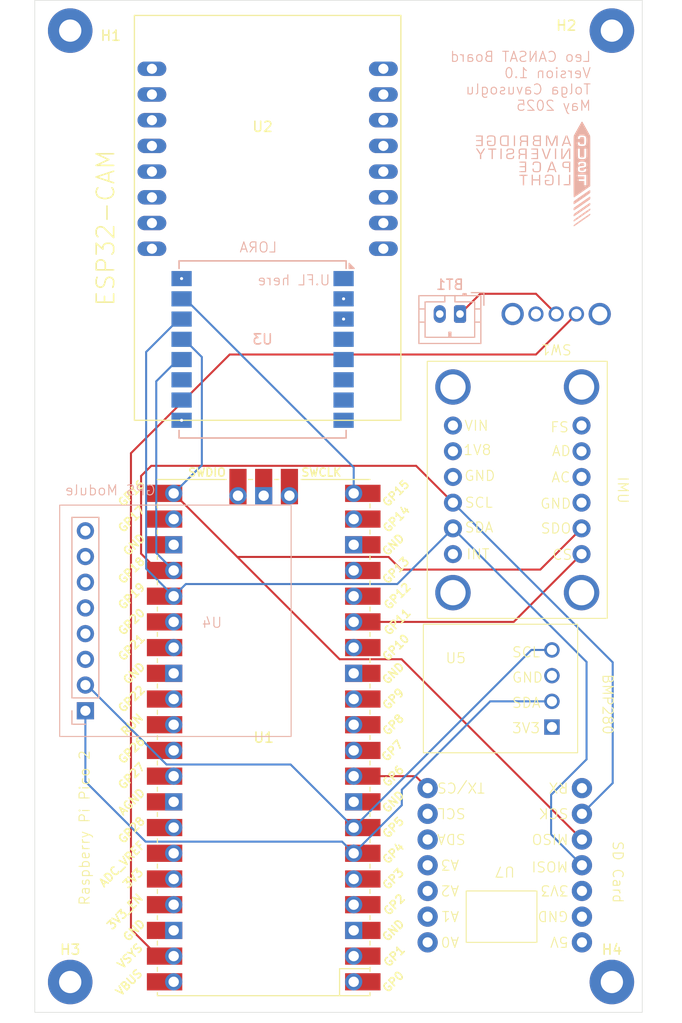
<source format=kicad_pcb>
(kicad_pcb (version 20240108) (generator "pcbnew") (generator_version "8.0")
  (layers (0 "F.Cu" signal) (1 "In1.Cu" signal) (2 "In2.Cu" signal) (31 "B.Cu" signal) (34 "B.Paste" user) (35 "F.Paste" user) (36 "B.SilkS" user "B.Silkscreen") (37 "F.SilkS" user "F.Silkscreen") (38 "B.Mask" user) (39 "F.Mask" user) (44 "Edge.Cuts" user))
  (net 0 "")
  (net 1 "GND")
  (net 7 "/MISO")
  (net 8 "/SCK")
  (net 14 "+3V3")
  (net 15 "/MOSI")
  (net 16 "/SDA")
  (net 19 "/SCL")
  (net 33 "/LORACS")
  (net 36 "/IMUCS")
  (net 37 "/SDCS")
  (net 69 "Net-(BT1-+)")
  (net 70 "Net-(SW1-A)")
  (footprint "Test_Library:BFF SD Card" (layer "F.Cu") (at 130.9475 149.6675 180)
    (property "Reference" "U7")
    (property "Value" "~")
  )
  (footprint "Test_Library:AHT20+BMP280" (layer "F.Cu") (at 126.08 139.19 180)
    (property "Reference" "U5")
    (property "Value" "~")
  )
  (footprint "MountingHole:MountingHole_2.2mm_M2_Pad" (layer "F.Cu") (at 132 172)
    (property "Reference" "H4")
    (property "Value" "MountingHole_Pad")
  )
  (footprint "Test_Library:ESP32-CAM" (layer "F.Cu") (at 98 91.93)
    (property "Reference" "U2")
    (property "Value" "ESP32-CAM")
  )
  (footprint "Test_Library:SK-12D07" (layer "F.Cu") (at 126.5 106 180)
    (property "Reference" "SW1")
    (property "Value" "SW_SPDT")
  )
  (footprint "MountingHole:MountingHole_2.2mm_M2_Pad" (layer "F.Cu") (at 78.5 78)
    (property "Reference" "H1")
    (property "Value" "MountingHole_Pad")
  )
  (footprint "Test_Library:ICM20948" (layer "F.Cu") (at 113.655 136.13)
    (property "Reference" "U6" (hide yes))
    (property "Value" "~" (hide yes))
  )
  (footprint "MountingHole:MountingHole_2.2mm_M2_Pad" (layer "F.Cu") (at 78.5 172)
    (property "Reference" "H3")
    (property "Value" "MountingHole_Pad")
  )
  (footprint "Test_Library:RPi_Pico_SMD_TH" (layer "F.Cu") (at 97.61 147.85 180)
    (property "Reference" "U1")
    (property "Value" "Pico")
  )
  (footprint "MountingHole:MountingHole_2.2mm_M2_Pad" (layer "F.Cu") (at 132 78)
    (property "Reference" "H2")
    (property "Value" "MountingHole_Pad")
  )
  (footprint "RF_Module:Ai-Thinker-Ra-01-LoRa" (layer "B.Cu") (at 97.5 109.5 180)
    (property "Reference" "U3")
    (property "Value" "Ai-Thinker-Ra-01")
  )
  (footprint "Panthera:MAX-M8Q-0-10 breakout board" (layer "B.Cu") (at 80 136.31)
    (property "Reference" "U4")
    (property "Value" "~")
  )
  (footprint "Connector_JST:JST_PH_B2B-PH-K_1x02_P2.00mm_Vertical" (layer "B.Cu") (at 117 106 180)
    (property "Reference" "BT1")
    (property "Value" "Battery_Cell")
  )
  (gr_poly (pts (xy 118.606515 89.643009) (xy 118.598079 89.644037) (xy 118.591612 89.645655) (xy 118.589228 89.646694) (xy 118.58747 89.647892) (xy 118.586383 89.649253) (xy 118.58601 89.650781) (xy 118.587002 89.65305) (xy 118.589912 89.658264) (xy 118.6011 89.676909) (xy 118.642234 89.742724) (xy 118.703212 89.838304) (xy 118.777833 89.953729) (xy 118.969656 90.248739) (xy 118.969656 90.68927) (xy 119.101948 90.68927) (xy 119.101948 90.254031) (xy 119.287156 89.961666) (xy 119.359069 89.846965) (xy 119.417959 89.751488) (xy 119.45775 89.685032) (xy 119.468584 89.665749) (xy 119.472364 89.657395) (xy 119.47228 89.656659) (xy 119.472029 89.655939) (xy 119.471617 89.655235) (xy 119.471047 89.654548) (xy 119.470324 89.653879) (xy 119.469452 89.653227) (xy 119.468436 89.652594) (xy 119.467279 89.65198) (xy 119.465988 89.651385) (xy 119.464564 89.65081) (xy 119.463014 89.650255) (xy 119.461342 89.649722) (xy 119.457646 89.648718) (xy 119.453513 89.647804) (xy 119.448976 89.646983) (xy 119.444072 89.646259) (xy 119.438833 89.645636) (xy 119.433297 89.645117) (xy 119.427497 89.644707) (xy 119.421468 89.644409) (xy 119.415246 89.644228) (xy 119.408864 89.644166) (xy 119.345365 89.644166) (xy 119.18926 89.888906) (xy 119.033156 90.133646) (xy 118.891604 89.910073) (xy 118.835153 89.820859) (xy 118.786267 89.745039) (xy 118.750031 89.690551) (xy 118.738246 89.673787) (xy 118.731531 89.665333) (xy 118.729717 89.663497) (xy 118.727281 89.661711) (xy 118.724267 89.659979) (xy 118.72072 89.658305) (xy 118.712207 89.655148) (xy 118.702096 89.652269) (xy 118.690745 89.649701) (xy 118.678511 89.647474) (xy 118.665749 89.645618) (xy 118.652817 89.644166) (xy 118.640071 89.643148) (xy 118.627868 89.642595) (xy 118.616564 89.642539)) (stroke (width -0.000001)) (fill solid) (layer "B.SilkS"))
  (gr_poly (pts (xy 127.645343 89.739416) (xy 127.25591 90.375905) (xy 127.133374 90.572854) (xy 127.133003 90.572739) (xy 127.132631 90.57142) (xy 127.131894 90.565289) (xy 127.13046 90.539864) (xy 127.129119 90.49844) (xy 127.127918 90.442877) (xy 127.126119 90.296778) (xy 127.125437 90.116448) (xy 127.125437 89.650781) (xy 127.006375 89.650781) (xy 127.002406 90.170687) (xy 126.99976 90.68927) (xy 127.204812 90.68927) (xy 127.48527 90.230219) (xy 127.767052 89.772489) (xy 127.767052 90.68927) (xy 127.899343 90.68927) (xy 127.896697 90.170687) (xy 127.892729 89.650781) (xy 127.798801 89.646812) (xy 127.703552 89.642844)) (stroke (width -0.000001)) (fill solid) (layer "B.SilkS"))
  (gr_poly (pts (xy 129.843035 96.099729) (xy 129.840085 96.100031) (xy 129.836959 96.100569) (xy 129.833654 96.101343) (xy 129.830167 96.102351) (xy 129.826495 96.103593) (xy 129.822634 96.105067) (xy 129.81858 96.106772) (xy 129.809882 96.110869) (xy 129.800374 96.115875) (xy 129.779205 96.129458) (xy 129.729743 96.162776) (xy 129.558777 96.279751) (xy 129.018531 96.652979) (xy 128.689579 96.883352) (xy 128.449677 97.054318) (xy 128.363506 97.117408) (xy 128.300063 97.165506) (xy 128.259502 97.198566) (xy 128.241979 97.216541) (xy 128.236225 97.226234) (xy 128.231359 97.235912) (xy 128.227369 97.245502) (xy 128.224243 97.254927) (xy 128.22197 97.264111) (xy 128.220538 97.27298) (xy 128.219935 97.281457) (xy 128.220151 97.289467) (xy 128.220561 97.293273) (xy 128.221172 97.296934) (xy 128.221981 97.300441) (xy 128.222988 97.303784) (xy 128.22419 97.306953) (xy 128.225586 97.309939) (xy 128.227176 97.312733) (xy 128.228956 97.315326) (xy 128.230927 97.317707) (xy 128.233086 97.319867) (xy 128.235432 97.321797) (xy 128.237963 97.323488) (xy 128.240679 97.324929) (xy 128.243577 97.326113) (xy 128.246657 97.327028) (xy 128.249916 97.327666) (xy 128.251671 97.327794) (xy 128.253708 97.327686) (xy 128.256022 97.327343) (xy 128.258608 97.326769) (xy 128.264578 97.324942) (xy 128.271579 97.322229) (xy 128.279572 97.318656) (xy 128.288518 97.314248) (xy 128.29838 97.30903) (xy 128.309117 97.303027) (xy 128.320691 97.296264) (xy 128.333064 97.288766) (xy 128.346196 97.28056) (xy 128.360049 97.271669) (xy 128.374584 97.26212) (xy 128.389763 97.251937) (xy 128.421895 97.22977) (xy 129.169343 96.711187) (xy 129.406848 96.545822) (xy 129.608882 96.403278) (xy 129.753866 96.298933) (xy 129.79822 96.265891) (xy 129.820218 96.248166) (xy 129.827541 96.241195) (xy 129.834153 96.234627) (xy 129.840086 96.2284) (xy 129.845374 96.222452) (xy 129.85005 96.216721) (xy 129.854146 96.211145) (xy 129.857696 96.205662) (xy 129.860732 96.20021) (xy 129.863288 96.194727) (xy 129.865396 96.189151) (xy 129.86709 96.183421) (xy 129.868401 96.177473) (xy 129.869364 96.171246) (xy 129.870011 96.164678) (xy 129.870375 96.157706) (xy 129.870489 96.15027) (xy 129.870283 96.140626) (xy 129.87002 96.136196) (xy 129.869647 96.132026) (xy 129.869159 96.128114) (xy 129.868553 96.124461) (xy 129.867826 96.121063) (xy 129.866975 96.117921) (xy 129.865996 96.115032) (xy 129.864885 96.112396) (xy 129.86364 96.110012) (xy 129.862257 96.107877) (xy 129.860732 96.105992) (xy 129.859063 96.104355) (xy 129.857245 96.102964) (xy 129.855275 96.101818) (xy 129.853151 96.100917) (xy 129.850868 96.100259) (xy 129.848423 96.099842) (xy 129.845814 96.099666)) (stroke (width -0.000001)) (fill solid) (layer "B.SilkS"))
  (gr_poly (pts (xy 127.767052 93.163125) (xy 127.237885 93.163125) (xy 127.237885 93.282187) (xy 127.899343 93.282187) (xy 127.899343 92.237083) (xy 127.767052 92.237083)) (stroke (width -0.000001)) (fill solid) (layer "B.SilkS"))
  (gr_poly (pts (xy 124.667458 88.363583) (xy 124.513421 88.366932) (xy 124.455378 88.369025) (xy 124.408497 88.371521) (xy 124.371662 88.374513) (xy 124.343757 88.378094) (xy 124.323665 88.382357) (xy 124.3162 88.384774) (xy 124.310271 88.387396) (xy 124.304779 88.390256) (xy 124.299464 88.39338) (xy 124.294327 88.396768) (xy 124.289367 88.400421) (xy 124.284584 88.404338) (xy 124.279976 88.408519) (xy 124.275543 88.412966) (xy 124.271286 88.417678) (xy 124.267203 88.422655) (xy 124.263293 88.427899) (xy 124.259558 88.433408) (xy 124.255995 88.439183) (xy 124.252604 88.445225) (xy 124.249386 88.451533) (xy 124.246339 88.458109) (xy 124.243463 88.464952) (xy 124.240758 88.472062) (xy 124.238222 88.479439) (xy 124.235857 88.487085) (xy 124.23366 88.494999) (xy 124.231632 88.503181) (xy 124.229772 88.511632) (xy 124.22808 88.520352) (xy 124.226555 88.52934) (xy 124.224004 88.548126) (xy 124.222116 88.567992) (xy 124.220886 88.588939) (xy 124.220312 88.610968) (xy 124.220317 88.632284) (xy 124.220849 88.652137) (xy 124.22194 88.670613) (xy 124.223619 88.687801) (xy 124.225919 88.703787) (xy 124.22887 88.71866) (xy 124.232503 88.732505) (xy 124.236849 88.74541) (xy 124.241939 88.757462) (xy 124.247804 88.76875) (xy 124.254475 88.779358) (xy 124.261984 88.789376) (xy 124.270361 88.79889) (xy 124.279637 88.807987) (xy 124.289843 88.816755) (xy 124.30101 88.825281) (xy 124.339375 88.854385) (xy 124.297041 88.875552) (xy 124.28874 88.880045) (xy 124.280709 88.885079) (xy 124.272952 88.890637) (xy 124.265475 88.896703) (xy 124.258284 88.903259) (xy 124.251384 88.910288) (xy 124.244782 88.917774) (xy 124.238482 88.925699) (xy 124.23249 88.934046) (xy 124.226811 88.942799) (xy 124.221452 88.951941) (xy 124.216418 88.961454) (xy 124.211715 88.971321) (xy 124.207347 88.981527) (xy 124.203321 88.992053) (xy 124.199642 89.002883) (xy 124.196315 89.013999) (xy 124.193347 89.025386) (xy 124.190743 89.037025) (xy 124.188508 89.0489) (xy 124.186648 89.060995) (xy 124.185169 89.073291) (xy 124.184075 89.085772) (xy 124.183374 89.098422) (xy 124.183069 89.111223) (xy 124.183168 89.124157) (xy 124.183675 89.13721) (xy 124.184596 89.150362) (xy 124.185936 89.163598) (xy 124.187702 89.1769) (xy 124.189898 89.190251) (xy 124.192531 89.203635) (xy 124.196134 89.219721) (xy 124.200024 89.234781) (xy 124.204239 89.248871) (xy 124.208819 89.26205) (xy 124.213802 89.274377) (xy 124.219227 89.285909) (xy 124.225132 89.296705) (xy 124.231557 89.306823) (xy 124.23854 89.31632) (xy 124.246119 89.325256) (xy 124.254335 89.333687) (xy 124.263224 89.341673) (xy 124.272827 89.349272) (xy 124.283182 89.356541) (xy 124.294327 89.363538) (xy 124.306302 89.370323) (xy 124.315533 89.375011) (xy 124.324655 89.379177) (xy 124.334082 89.38286) (xy 124.339041 89.384531) (xy 124.344232 89.386094) (xy 124.349709 89.387555) (xy 124.355522 89.388918) (xy 124.361724 89.390187) (xy 124.368368 89.391368) (xy 124.383186 89.39348) (xy 124.400394 89.395293) (xy 124.420408 89.396841) (xy 124.443645 89.398163) (xy 124.470521 89.399295) (xy 124.501453 89.400274) (xy 124.536857 89.401137) (xy 124.577151 89.40192) (xy 124.674073 89.403396) (xy 124.988927 89.408687) (xy 124.988927 89.304177) (xy 124.869864 89.304177) (xy 124.631739 89.297562) (xy 124.560067 89.295599) (xy 124.503354 89.293511) (xy 124.459447 89.291051) (xy 124.426191 89.287971) (xy 124.412883 89.286121) (xy 124.40143 89.284023) (xy 124.391562 89.281646) (xy 124.38301 89.278959) (xy 124.375505 89.27593) (xy 124.368776 89.27253) (xy 124.362555 89.268727) (xy 124.356573 89.264489) (xy 124.352419 89.261127) (xy 124.348395 89.257495) (xy 124.344506 89.253603) (xy 124.34076 89.249462) (xy 124.33716 89.24508) (xy 124.333713 89.240468) (xy 124.330426 89.235634) (xy 124.327303 89.23059) (xy 124.324351 89.225343) (xy 124.321575 89.219905) (xy 124.318981 89.214285) (xy 124.316575 89.208493) (xy 124.314363 89.202537) (xy 124.31235 89.196429) (xy 124.310543 89.190177) (xy 124.308948 89.183791) (xy 124.306773 89.171194) (xy 124.305196 89.157367) (xy 124.304192 89.142535) (xy 124.303739 89.126927) (xy 124.303812 89.110768) (xy 124.30439 89.094285) (xy 124.305448 89.077706) (xy 124.306963 89.061256) (xy 124.308913 89.045163) (xy 124.311273 89.029654) (xy 124.314021 89.014954) (xy 124.317133 89.001291) (xy 124.320586 88.988892) (xy 124.324358 88.977982) (xy 124.328423 88.96879) (xy 124.33276 88.961541) (xy 124.335091 88.958743) (xy 124.337875 88.956051) (xy 124.341124 88.953466) (xy 124.344847 88.950984) (xy 124.349057 88.948605) (xy 124.353765 88.946327) (xy 124.358981 88.944149) (xy 124.364717 88.94207) (xy 124.370984 88.940087) (xy 124.377793 88.9382) (xy 124.393082 88.934706) (xy 124.410673 88.931576) (xy 124.430656 88.928799) (xy 124.453119 88.926363) (xy 124.478152 88.924257) (xy 124.505843 88.922468) (xy 124.536282 88.920986) (xy 124.569559 88.919798) (xy 124.605761 88.918893) (xy 124.644979 88.918259) (xy 124.687302 88.917885) (xy 124.869864 88.916562) (xy 124.869864 89.304177) (xy 124.988927 89.304177) (xy 124.988927 88.810729) (xy 124.869864 88.810729) (xy 124.659521 88.810729) (xy 124.616655 88.810429) (xy 124.575061 88.809571) (xy 124.535761 88.808217) (xy 124.499778 88.806429) (xy 124.468137 88.804269) (xy 124.441859 88.801799) (xy 124.421969 88.799081) (xy 124.414739 88.797648) (xy 124.409489 88.796177) (xy 124.404861 88.794471) (xy 124.400403 88.792575) (xy 124.396112 88.790485) (xy 124.391987 88.788198) (xy 124.388026 88.785709) (xy 124.384229 88.783015) (xy 124.380594 88.780111) (xy 124.377119 88.776995) (xy 124.373803 88.773661) (xy 124.370645 88.770106) (xy 124.367642 88.766327) (xy 124.364794 88.762318) (xy 124.3621 88.758078) (xy 124.359556 88.753601) (xy 124.357163 88.748883) (xy 124.354919 88.743922) (xy 124.352822 88.738712) (xy 124.350871 88.73325) (xy 124.349064 88.727533) (xy 124.3474 88.721556) (xy 124.345878 88.715315) (xy 124.344495 88.708807) (xy 124.343251 88.702028) (xy 124.342145 88.694974) (xy 124.341174 88.68764) (xy 124.340337 88.680024) (xy 124.339632 88.67212) (xy 124.33906 88.663927) (xy 124.338302 88.646651) (xy 124.338052 88.628166) (xy 124.338256 88.611649) (xy 124.338881 88.596298) (xy 124.339944 88.58207) (xy 124.341462 88.568925) (xy 124.343454 88.556817) (xy 124.345935 88.545706) (xy 124.348924 88.535549) (xy 124.352439 88.526302) (xy 124.356495 88.517923) (xy 124.361112 88.51037) (xy 124.366307 88.5036) (xy 124.372096 88.49757) (xy 124.378498 88.492237) (xy 124.385529 88.48756) (xy 124.393208 88.483495) (xy 124.401552 88.48) (xy 124.406104 88.478543) (xy 124.412732 88.477152) (xy 124.421309 88.475831) (xy 124.43171 88.474584) (xy 124.457479 88.472326) (xy 124.48903 88.470409) (xy 124.525356 88.468864) (xy 124.565449 88.467721) (xy 124.608301 88.467014) (xy 124.652906 88.466771) (xy 124.869864 88.466771) (xy 124.869864 88.810729) (xy 124.988927 88.810729) (xy 124.988927 88.358292)) (stroke (width -0.000001)) (fill solid) (layer "B.SilkS"))
  (gr_poly (pts (xy 127.519666 88.363583) (xy 127.433677 88.367552) (xy 127.243177 88.875552) (xy 127.108735 89.2377) (xy 127.067745 89.350686) (xy 127.052677 89.395458) (xy 127.052757 89.39607) (xy 127.052997 89.396666) (xy 127.053392 89.397245) (xy 127.053938 89.397807) (xy 127.054631 89.39835) (xy 127.055467 89.398874) (xy 127.056443 89.399378) (xy 127.057555 89.399861) (xy 127.058798 89.400323) (xy 127.06017 89.400763) (xy 127.063281 89.401574) (xy 127.066857 89.402288) (xy 127.070867 89.402899) (xy 127.07528 89.403402) (xy 127.080065 89.403791) (xy 127.085191 89.404059) (xy 127.090628 89.404202) (xy 127.096343 89.404212) (xy 127.102307 89.404085) (xy 127.108487 89.403815) (xy 127.114854 89.403396) (xy 127.178354 89.399427) (xy 127.216718 89.290948) (xy 127.256406 89.181146) (xy 127.776312 89.181146) (xy 127.815999 89.290948) (xy 127.855687 89.399427) (xy 127.917864 89.403396) (xy 127.925306 89.403814) (xy 127.932253 89.404078) (xy 127.938709 89.404186) (xy 127.944674 89.40414) (xy 127.950151 89.403938) (xy 127.955141 89.403582) (xy 127.959647 89.40307) (xy 127.96367 89.402403) (xy 127.967213 89.401582) (xy 127.970277 89.400605) (xy 127.972864 89.399473) (xy 127.974977 89.398187) (xy 127.976617 89.396745) (xy 127.977785 89.395148) (xy 127.978194 89.394291) (xy 127.978485 89.393396) (xy 127.978718 89.391489) (xy 127.970011 89.362969) (xy 127.945769 89.29256) (xy 127.867546 89.073095) (xy 127.735945 89.073095) (xy 127.735927 89.073856) (xy 127.735838 89.074591) (xy 127.735673 89.075301) (xy 127.735429 89.075987) (xy 127.735102 89.076649) (xy 127.734689 89.077288) (xy 127.734185 89.077903) (xy 127.733586 89.078495) (xy 127.732889 89.079066) (xy 127.73209 89.079614) (xy 127.731184 89.080141) (xy 127.730169 89.080647) (xy 127.72904 89.081133) (xy 127.727794 89.081598) (xy 127.726426 89.082043) (xy 127.724933 89.082469) (xy 127.72331 89.082877) (xy 127.721555 89.083265) (xy 127.717631 89.083989) (xy 127.713128 89.084644) (xy 127.708016 89.085234) (xy 127.702266 89.085762) (xy 127.695844 89.086231) (xy 127.688722 89.086645) (xy 127.680868 89.087007) (xy 127.672252 89.08732) (xy 127.662842 89.087589) (xy 127.652608 89.087815) (xy 127.641519 89.088004) (xy 127.616654 89.08828) (xy 127.588 89.088443) (xy 127.555312 89.088521) (xy 127.518343 89.088541) (xy 127.292124 89.088541) (xy 127.322552 89.006521) (xy 127.429708 88.71151) (xy 127.460259 88.6286) (xy 127.486593 88.559209) (xy 127.505982 88.510406) (xy 127.51222 88.495934) (xy 127.515697 88.48926) (xy 127.516204 88.489133) (xy 127.516974 88.489733) (xy 127.519276 88.493045) (xy 127.522543 88.499059) (xy 127.526715 88.507636) (xy 127.537533 88.531932) (xy 127.551251 88.564832) (xy 127.567387 88.605235) (xy 127.585461 88.652041) (xy 127.604992 88.704149) (xy 127.625499 88.760458) (xy 127.733979 89.066052) (xy 127.734768 89.067979) (xy 127.735379 89.069793) (xy 127.735609 89.070658) (xy 127.735782 89.071497) (xy 127.735895 89.072309) (xy 127.735945 89.073095) (xy 127.867546 89.073095) (xy 127.861971 89.057453) (xy 127.749895 88.748924) (xy 127.632114 88.429729) (xy 127.605656 88.359614)) (stroke (width -0.000001)) (fill solid) (layer "B.SilkS"))
  (gr_poly (pts (xy 121.90189 89.65118) (xy 121.85603 89.652486) (xy 121.814972 89.654862) (xy 121.778436 89.65847) (xy 121.746139 89.663474) (xy 121.717801 89.670036) (xy 121.705029 89.673952) (xy 121.693141 89.678318) (xy 121.682103 89.683155) (xy 121.671879 89.688484) (xy 121.662433 89.694324) (xy 121.653732 89.700697) (xy 121.64574 89.707621) (xy 121.638421 89.715118) (xy 121.63174 89.723208) (xy 121.625663 89.731912) (xy 121.620155 89.741249) (xy 121.615179 89.75124) (xy 121.606687 89.773266) (xy 121.599906 89.798152) (xy 121.594555 89.826061) (xy 121.590354 89.857156) (xy 121.581094 89.935208) (xy 121.644593 89.935208) (xy 121.664794 89.935079) (xy 121.673051 89.934842) (xy 121.680188 89.934423) (xy 121.686287 89.933771) (xy 121.691428 89.932836) (xy 121.693665 89.932247) (xy 121.695693 89.931568) (xy 121.697523 89.930793) (xy 121.699164 89.929917) (xy 121.700627 89.928931) (xy 121.701921 89.927831) (xy 121.703058 89.926609) (xy 121.704047 89.92526) (xy 121.704899 89.923778) (xy 121.705623 89.922155) (xy 121.70623 89.920386) (xy 121.706729 89.918465) (xy 121.707448 89.914139) (xy 121.707861 89.909127) (xy 121.708049 89.903379) (xy 121.708094 89.896843) (xy 121.708386 89.884399) (xy 121.709259 89.872385) (xy 121.710701 89.860828) (xy 121.712703 89.849756) (xy 121.715255 89.839195) (xy 121.718349 89.829173) (xy 121.721973 89.819717) (xy 121.726118 89.810854) (xy 121.730775 89.802611) (xy 121.735934 89.795015) (xy 121.741585 89.788094) (xy 121.747719 89.781874) (xy 121.754326 89.776382) (xy 121.761395 89.771647) (xy 121.768918 89.767694) (xy 121.776885 89.764552) (xy 121.789315 89.761093) (xy 121.805873 89.758154) (xy 121.825978 89.755727) (xy 121.849046 89.753803) (xy 121.901738 89.751436) (xy 121.959282 89.750992) (xy 122.017012 89.752408) (xy 122.070262 89.755622) (xy 122.093749 89.757884) (xy 122.114366 89.760573) (xy 122.131529 89.76368) (xy 122.144656 89.767198) (xy 122.150005 89.769125) (xy 122.15514 89.771189) (xy 122.160063 89.773397) (xy 122.164779 89.775753) (xy 122.169289 89.778263) (xy 122.173596 89.780932) (xy 122.177704 89.783767) (xy 122.181615 89.786773) (xy 122.185332 89.789955) (xy 122.188859 89.793319) (xy 122.192197 89.79687) (xy 122.195351 89.800614) (xy 122.198322 89.804557) (xy 122.201114 89.808705) (xy 122.20373 89.813062) (xy 122.206172 89.817634) (xy 122.208443 89.822427) (xy 122.210548 89.827447) (xy 122.212487 89.832699) (xy 122.214264 89.838188) (xy 122.215883 89.843921) (xy 122.217346 89.849902) (xy 122.218655 89.856138) (xy 122.219814 89.862634) (xy 122.220827 89.869395) (xy 122.221694 89.876427) (xy 122.22242 89.883736) (xy 122.223008 89.891327) (xy 122.223779 89.907378) (xy 122.224031 89.924625) (xy 122.223754 89.950407) (xy 122.222739 89.973314) (xy 122.221871 89.98375) (xy 122.220718 89.993539) (xy 122.219244 90.002706) (xy 122.217417 90.011276) (xy 122.215202 90.019272) (xy 122.212566 90.026718) (xy 122.209474 90.033639) (xy 122.205893 90.040059) (xy 122.201789 90.046003) (xy 122.197127 90.051494) (xy 122.191875 90.056557) (xy 122.185997 90.061216) (xy 122.179461 90.065495) (xy 122.172232 90.069418) (xy 122.164276 90.07301) (xy 122.15556 90.076295) (xy 122.146049 90.079297) (xy 122.135709 90.08204) (xy 122.124508 90.084549) (xy 122.11241 90.086847) (xy 122.085389 90.09091) (xy 122.054377 90.094423) (xy 122.019101 90.097579) (xy 121.979291 90.100573) (xy 121.913207 90.105805) (xy 121.85456 90.111301) (xy 121.802912 90.117386) (xy 121.757827 90.124385) (xy 121.718865 90.132625) (xy 121.685588 90.142431) (xy 121.670945 90.148022) (xy 121.65756 90.154128) (xy 121.645376 90.160787) (xy 121.634341 90.168041) (xy 121.624398 90.175931) (xy 121.615494 90.184498) (xy 121.607573 90.193781) (xy 121.600581 90.203822) (xy 121.594463 90.214662) (xy 121.589164 90.22634) (xy 121.584629 90.238899) (xy 121.580804 90.252377) (xy 121.575065 90.282259) (xy 121.571508 90.316311) (xy 121.569694 90.354859) (xy 121.569187 90.398229) (xy 121.569412 90.439901) (xy 121.570242 90.473635) (xy 121.570956 90.487991) (xy 121.571908 90.50092) (xy 121.573128 90.51261) (xy 121.574644 90.523245) (xy 121.576486 90.533011) (xy 121.578683 90.542096) (xy 121.581263 90.550685) (xy 121.584256 90.558963) (xy 121.587691 90.567118) (xy 121.591597 90.575334) (xy 121.600937 90.592698) (xy 121.605419 90.600315) (xy 121.609957 90.607548) (xy 121.614582 90.614406) (xy 121.619329 90.6209) (xy 121.624228 90.62704) (xy 121.629313 90.632838) (xy 121.634616 90.638302) (xy 121.64017 90.643444) (xy 121.646006 90.648274) (xy 121.652158 90.652802) (xy 121.658658 90.657039) (xy 121.665538 90.660996) (xy 121.672831 90.664682) (xy 121.680569 90.668108) (xy 121.688784 90.671285) (xy 121.69751 90.674222) (xy 121.706778 90.676931) (xy 121.716622 90.679422) (xy 121.727073 90.681705) (xy 121.738164 90.68379) (xy 121.749927 90.685689) (xy 121.762396 90.687411) (xy 121.775601 90.688966) (xy 121.789577 90.690366) (xy 121.804354 90.691621) (xy 121.819967 90.69274) (xy 121.853826 90.694617) (xy 121.891413 90.696078) (xy 121.932989 90.697208) (xy 121.980152 90.698322) (xy 122.022555 90.698676) (xy 122.0604 90.698255) (xy 122.093889 90.697043) (xy 122.123223 90.695025) (xy 122.148604 90.692185) (xy 122.170233 90.688508) (xy 122.188312 90.683979) (xy 122.207827 90.677993) (xy 122.216981 90.674769) (xy 122.225744 90.671375) (xy 122.234126 90.667796) (xy 122.242137 90.664021) (xy 122.249786 90.660035) (xy 122.257083 90.655825) (xy 122.264037 90.65138) (xy 122.270657 90.646685) (xy 122.276953 90.641727) (xy 122.282934 90.636493) (xy 122.28861 90.630971) (xy 122.293991 90.625147) (xy 122.299085 90.619008) (xy 122.303902 90.612541) (xy 122.308452 90.605733) (xy 122.312743 90.598571) (xy 122.316787 90.591042) (xy 122.320591 90.583132) (xy 122.324165 90.574829) (xy 122.32752 90.56612) (xy 122.330663 90.556991) (xy 122.333606 90.547429) (xy 122.336356 90.537422) (xy 122.338924 90.526956) (xy 122.343551 90.504595) (xy 122.347561 90.480241) (xy 122.351031 90.453792) (xy 122.360292 90.371771) (xy 122.224031 90.371771) (xy 122.224031 90.437916) (xy 122.22378 90.454201) (xy 122.223011 90.469346) (xy 122.221703 90.48339) (xy 122.219835 90.496373) (xy 122.217386 90.508332) (xy 122.214334 90.519307) (xy 122.210658 90.529336) (xy 122.206337 90.538458) (xy 122.201349 90.546712) (xy 122.198599 90.550526) (xy 122.195674 90.554137) (xy 122.192571 90.55755) (xy 122.189289 90.560771) (xy 122.182173 90.566653) (xy 122.174306 90.571822) (xy 122.165665 90.576316) (xy 122.15623 90.580175) (xy 122.145979 90.583437) (xy 122.131598 90.586663) (xy 122.113159 90.589398) (xy 122.091255 90.591649) (xy 122.06648 90.593421) (xy 122.010685 90.595553) (xy 121.950518 90.59584) (xy 121.890723 90.594328) (xy 121.836044 90.591065) (xy 121.812106 90.58879) (xy 121.791225 90.586096) (xy 121.773996 90.582986) (xy 121.76101 90.579468) (xy 121.755534 90.577472) (xy 121.750265 90.575203) (xy 121.745204 90.57266) (xy 121.74035 90.569841) (xy 121.735701 90.566745) (xy 121.731256 90.56337) (xy 121.727015 90.559716) (xy 121.722976 90.55578) (xy 121.719139 90.551561) (xy 121.715503 90.547058) (xy 121.712066 90.542268) (xy 121.708827 90.537192) (xy 121.705787 90.531827) (xy 121.702943 90.526171) (xy 121.700294 90.520224) (xy 121.697841 90.513984) (xy 121.695581 90.507449) (xy 121.693514 90.500619) (xy 121.691639 90.49349) (xy 121.689955 90.486063) (xy 121.688461 90.478336) (xy 121.687156 90.470306) (xy 121.686038 90.461974) (xy 121.685108 90.453337) (xy 121.684363 90.444393) (xy 121.683804 90.435142) (xy 121.683429 90.425582) (xy 121.683237 90.415711) (xy 121.683227 90.405528) (xy 121.683398 90.395032) (xy 121.684281 90.373094) (xy 121.685745 90.350266) (xy 121.687498 90.330246) (xy 121.68864 90.321217) (xy 121.690045 90.312804) (xy 121.691775 90.304977) (xy 121.693893 90.297708) (xy 121.696462 90.290968) (xy 121.699546 90.284728) (xy 121.703209 90.27896) (xy 121.707512 90.273634) (xy 121.71252 90.268722) (xy 121.718295 90.264195) (xy 121.724902 90.260024) (xy 121.732402 90.256181) (xy 121.74086 90.252635) (xy 121.750338 90.24936) (xy 121.7609 90.246325) (xy 121.772609 90.243502) (xy 121.785528 90.240862) (xy 121.799721 90.238376) (xy 121.81525 90.236016) (xy 121.832179 90.233753) (xy 121.87049 90.229401) (xy 121.915159 90.225089) (xy 122.025594 90.215666) (xy 122.055397 90.213037) (xy 122.082887 90.210075) (xy 122.108199 90.206725) (xy 122.131468 90.202933) (xy 122.152831 90.198645) (xy 122.172422 90.193807) (xy 122.190377 90.188364) (xy 122.206833 90.182263) (xy 122.221925 90.175448) (xy 122.235787 90.167866) (xy 122.248557 90.159462) (xy 122.26037 90.150182) (xy 122.271361 90.139972) (xy 122.281666 90.128778) (xy 122.29142 90.116545) (xy 122.30076 90.103219) (xy 122.3065 90.093843) (xy 122.311816 90.083853) (xy 122.321183 90.062208) (xy 122.328875 90.038641) (xy 122.334908 90.013508) (xy 122.339298 89.987166) (xy 122.34206 89.959971) (xy 122.34321 89.932281) (xy 122.342763 89.90445) (xy 122.340735 89.876837) (xy 122.33714 89.849797) (xy 122.331996 89.823688) (xy 122.325317 89.798865) (xy 122.317118 89.775685) (xy 122.307416 89.754506) (xy 122.302006 89.744777) (xy 122.296225 89.735683) (xy 122.290077 89.727266) (xy 122.283562 89.719573) (xy 122.273511 89.709644) (xy 122.268348 89.705038) (xy 122.263057 89.700664) (xy 122.257611 89.696517) (xy 122.251983 89.692592) (xy 122.246145 89.688882) (xy 122.240071 89.685383) (xy 122.233734 89.68209) (xy 122.227106 89.678997) (xy 122.22016 89.676098) (xy 122.212869 89.673389) (xy 122.205206 89.670864) (xy 122.197144 89.668518) (xy 122.188655 89.666345) (xy 122.179713 89.664341) (xy 122.170291 89.662499) (xy 122.16036 89.660815) (xy 122.138868 89.657897) (xy 122.11502 89.655545) (xy 122.088597 89.653716) (xy 122.059385 89.652368) (xy 122.027165 89.651458) (xy 121.99172 89.650943) (xy 121.952833 89.650781)) (stroke (width -0.000001)) (fill solid) (layer "B.SilkS"))
  (gr_poly (pts (xy 128.220812 92.93426) (xy 128.221783 93.282001) (xy 128.222631 93.115665) (xy 128.223458 91.436718) (xy 128.220812 89.931239)) (stroke (width -0.000001)) (fill solid) (layer "B.SilkS"))
  (gr_poly (pts (xy 129.82277 95.596342) (xy 129.768348 95.630641) (xy 129.585421 95.753044) (xy 129.045485 96.127285) (xy 128.506293 96.510703) (xy 128.324297 96.644579) (xy 128.24727 96.707218) (xy 128.24138 96.716479) (xy 128.236119 96.725868) (xy 128.231492 96.735327) (xy 128.227509 96.744797) (xy 128.224177 96.754221) (xy 128.221504 96.76354) (xy 128.219498 96.772697) (xy 128.218166 96.781632) (xy 128.217516 96.790289) (xy 128.217556 96.798608) (xy 128.218294 96.806532) (xy 128.219737 96.814002) (xy 128.221893 96.820961) (xy 128.223241 96.824231) (xy 128.22477 96.82735) (xy 128.226482 96.830313) (xy 128.228376 96.833112) (xy 128.230455 96.835739) (xy 128.232718 96.838187) (xy 128.236472 96.84189) (xy 128.238207 96.84354) (xy 128.239865 96.845055) (xy 128.241459 96.846431) (xy 128.243002 96.847669) (xy 128.244508 96.848766) (xy 128.245989 96.849721) (xy 128.247458 96.850533) (xy 128.248929 96.8512) (xy 128.250414 96.85172) (xy 128.251926 96.852093) (xy 128.25348 96.852317) (xy 128.255087 96.85239) (xy 128.256761 96.85231) (xy 128.258515 96.852078) (xy 128.260362 96.85169) (xy 128.262315 96.851146) (xy 128.264388 96.850443) (xy 128.266592 96.849582) (xy 128.268942 96.848559) (xy 128.27145 96.847375) (xy 128.27413 96.846026) (xy 128.276995 96.844512) (xy 128.28333 96.840984) (xy 128.29056 96.836776) (xy 128.308125 96.826281) (xy 128.585234 96.638365) (xy 129.093275 96.285373) (xy 129.588418 95.937591) (xy 129.826833 95.765302) (xy 129.833645 95.75885) (xy 129.839723 95.752822) (xy 129.845108 95.747111) (xy 129.849839 95.741613) (xy 129.851973 95.738912) (xy 129.853958 95.736224) (xy 129.855801 95.733537) (xy 129.857505 95.730839) (xy 129.859077 95.728115) (xy 129.860522 95.725353) (xy 129.861843 95.722539) (xy 129.863048 95.719661) (xy 129.864139 95.716706) (xy 129.865124 95.713659) (xy 129.866006 95.71051) (xy 129.866792 95.707243) (xy 129.867485 95.703847) (xy 129.868091 95.700307) (xy 129.869063 95.692748) (xy 129.869748 95.68446) (xy 129.870187 95.675338) (xy 129.87042 95.665278) (xy 129.870489 95.654176) (xy 129.87028 95.634452) (xy 129.869992 95.626091) (xy 129.869559 95.618664) (xy 129.868963 95.612122) (xy 129.868187 95.606412) (xy 129.867213 95.601485) (xy 129.866024 95.597291) (xy 129.864603 95.593779) (xy 129.862931 95.590899) (xy 129.861996 95.58968) (xy 129.860992 95.5886) (xy 129.859917 95.587653) (xy 129.858769 95.586832) (xy 129.856243 95.585545) (xy 129.853397 95.584688) (xy 129.850214 95.58421) (xy 129.846676 95.584062)) (stroke (width -0.000001)) (fill solid) (layer "B.SilkS"))
  (gr_poly (pts (xy 123.301671 88.362095) (xy 123.198028 88.365237) (xy 123.155587 88.367397) (xy 123.120679 88.369867) (xy 123.094267 88.372585) (xy 123.077312 88.375489) (xy 123.064485 88.379743) (xy 123.051838 88.385024) (xy 123.039428 88.391273) (xy 123.02731 88.398434) (xy 123.015541 88.406447) (xy 123.004177 88.415254) (xy 122.993274 88.424798) (xy 122.982889 88.435021) (xy 122.973077 88.445863) (xy 122.963895 88.457267) (xy 122.955399 88.469175) (xy 122.947646 88.481529) (xy 122.94069 88.494271) (xy 122.934589 88.507342) (xy 122.929399 88.520684) (xy 122.925176 88.534239) (xy 122.921359 88.550317) (xy 122.918324 88.568542) (xy 122.916049 88.58855) (xy 122.914511 88.609976) (xy 122.913685 88.632457) (xy 122.91355 88.655627) (xy 122.914081 88.679123) (xy 122.915255 88.70258) (xy 122.91705 88.725635) (xy 122.919441 88.747921) (xy 122.922406 88.769076) (xy 122.925921 88.788735) (xy 122.929963 88.806534) (xy 122.93451 88.822108) (xy 122.939536 88.835093) (xy 122.945021 88.845125) (xy 122.947465 88.8487) (xy 122.95031 88.85246) (xy 122.953523 88.856371) (xy 122.957072 88.8604) (xy 122.960922 88.864515) (xy 122.965043 88.868681) (xy 122.969399 88.872868) (xy 122.973959 88.87704) (xy 122.97869 88.881166) (xy 122.983558 88.885213) (xy 122.988531 88.889147) (xy 122.993576 88.892936) (xy 122.998659 88.896546) (xy 123.003748 88.899946) (xy 123.00881 88.903101) (xy 123.013813 88.905979) (xy 123.060115 88.93376) (xy 123.020426 88.950958) (xy 123.013538 88.953842) (xy 123.007004 88.956809) (xy 123.000814 88.959886) (xy 122.99496 88.963102) (xy 122.989432 88.966484) (xy 122.984219 88.970062) (xy 122.979313 88.973862) (xy 122.974703 88.977913) (xy 122.97038 88.982243) (xy 122.966334 88.98688) (xy 122.962556 88.991852) (xy 122.959035 88.997188) (xy 122.955762 89.002915) (xy 122.952728 89.009062) (xy 122.949922 89.015656) (xy 122.947336 89.022726) (xy 122.944958 89.0303) (xy 122.94278 89.038406) (xy 122.940792 89.047072) (xy 122.938985 89.056326) (xy 122.937347 89.066197) (xy 122.935871 89.076711) (xy 122.934546 89.087899) (xy 122.933362 89.099786) (xy 122.93231 89.112403) (xy 122.93138 89.125776) (xy 122.929848 89.154904) (xy 122.928688 89.187397) (xy 122.927822 89.223479) (xy 122.922531 89.406041) (xy 123.04027 89.406041) (xy 123.046885 89.240677) (xy 123.050252 89.179427) (xy 123.052318 89.153208) (xy 123.054719 89.129697) (xy 123.057516 89.108719) (xy 123.060768 89.090105) (xy 123.064535 89.07368) (xy 123.068879 89.059272) (xy 123.073857 89.046709) (xy 123.079532 89.035819) (xy 123.085962 89.026428) (xy 123.093208 89.018365) (xy 123.10133 89.011457) (xy 123.110387 89.005531) (xy 123.120441 89.000415) (xy 123.131552 88.995937) (xy 123.136073 88.994481) (xy 123.142608 88.99309) (xy 123.15103 88.991769) (xy 123.161214 88.990522) (xy 123.186362 88.988263) (xy 123.217045 88.986346) (xy 123.252255 88.984801) (xy 123.290984 88.983659) (xy 123.332224 88.982951) (xy 123.374968 88.982708) (xy 123.585312 88.982708) (xy 123.589281 89.191729) (xy 123.59325 89.399427) (xy 123.655427 89.403396) (xy 123.718927 89.407364) (xy 123.718927 88.879521) (xy 123.586635 88.879521) (xy 123.364385 88.874229) (xy 123.319171 88.872506) (xy 123.275522 88.870364) (xy 123.234509 88.86788) (xy 123.197201 88.865134) (xy 123.164669 88.862201) (xy 123.13798 88.85916) (xy 123.118206 88.856088) (xy 123.111247 88.854564) (xy 123.106417 88.853062) (xy 123.101894 88.851063) (xy 123.097504 88.848788) (xy 123.093247 88.846241) (xy 123.089126 88.843425) (xy 123.08514 88.840343) (xy 123.08129 88.836999) (xy 123.077578 88.833397) (xy 123.074005 88.829539) (xy 123.070571 88.82543) (xy 123.067278 88.821071) (xy 123.064126 88.816468) (xy 123.061117 88.811623) (xy 123.058251 88.80654) (xy 123.055529 88.801221) (xy 123.052953 88.795671) (xy 123.050523 88.789893) (xy 123.04824 88.78389) (xy 123.046106 88.777666) (xy 123.044121 88.771223) (xy 123.042286 88.764566) (xy 123.040602 88.757698) (xy 123.03907 88.750622) (xy 123.037692 88.743342) (xy 123.036467 88.73586) (xy 123.035397 88.728181) (xy 123.034484 88.720307) (xy 123.033129 88.703991) (xy 123.032409 88.686939) (xy 123.032333 88.669177) (xy 123.03261 88.650979) (xy 123.033436 88.6336) (xy 123.034801 88.617055) (xy 123.036694 88.601357) (xy 123.039107 88.586519) (xy 123.04203 88.572555) (xy 123.045453 88.559478) (xy 123.049366 88.547303) (xy 123.053759 88.536043) (xy 123.058623 88.52571) (xy 123.063949 88.51632) (xy 123.069726 88.507884) (xy 123.075945 88.500418) (xy 123.082596 88.493934) (xy 123.08967 88.488447) (xy 123.097156 88.483968) (xy 123.102074 88.481813) (xy 123.108408 88.479811) (xy 123.116181 88.47796) (xy 123.125413 88.476258) (xy 123.136125 88.474704) (xy 123.148339 88.473295) (xy 123.162076 88.472029) (xy 123.177358 88.470905) (xy 123.194205 88.46992) (xy 123.21264 88.469073) (xy 123.254356 88.467783) (xy 123.302676 88.467021) (xy 123.357771 88.466771) (xy 123.586635 88.466771) (xy 123.586635 88.879521) (xy 123.718927 88.879521) (xy 123.718927 88.360937) (xy 123.423916 88.360937)) (stroke (width -0.000001)) (fill solid) (layer "B.SilkS"))
  (gr_poly (pts (xy 129.047301 86.988234) (xy 129.044469 86.988712) (xy 129.041623 86.989507) (xy 129.038759 86.99062) (xy 129.035874 86.992052) (xy 129.032961 86.993801) (xy 129.030017 86.995868) (xy 129.027037 86.998253) (xy 129.024016 87.000956) (xy 129.020949 87.003976) (xy 129.017833 87.007315) (xy 129.014663 87.010971) (xy 129.011433 87.014944) (xy 129.00814 87.019236) (xy 129.004778 87.023844) (xy 129.001343 87.028771) (xy 128.941845 87.126442) (xy 128.8441 87.294697) (xy 128.589746 87.743311) (xy 128.350025 88.175305) (xy 128.270574 88.322787) (xy 128.236687 88.391375) (xy 128.226331 88.523912) (xy 128.220316 88.955591) (xy 128.216843 91.444651) (xy 128.217545 93.049867) (xy 128.218655 93.576594) (xy 128.220479 93.952741) (xy 128.22317 94.203314) (xy 128.22489 94.289324) (xy 128.226885 94.353319) (xy 128.229174 94.398423) (xy 128.231778 94.427763) (xy 128.234715 94.444463) (xy 128.236315 94.44905) (xy 128.238005 94.45165) (xy 128.240063 94.45385) (xy 128.242253 94.455978) (xy 128.244552 94.458025) (xy 128.246937 94.45998) (xy 128.249384 94.461834) (xy 128.251869 94.463578) (xy 128.254371 94.465202) (xy 128.256864 94.466696) (xy 128.259327 94.46805) (xy 128.261735 94.469256) (xy 128.264065 94.470302) (xy 128.266295 94.47118) (xy 128.268401 94.471879) (xy 128.270359 94.472391) (xy 128.272146 94.472705) (xy 128.273739 94.472812) (xy 128.292497 94.462131) (xy 128.339718 94.431513) (xy 128.506898 94.319026) (xy 128.74998 94.152464) (xy 129.043666 93.948942) (xy 129.339297 93.743621) (xy 129.586062 93.570423) (xy 129.758413 93.447577) (xy 129.808699 93.410735) (xy 129.830801 93.393317) (xy 129.863874 93.361562) (xy 129.864003 93.282187) (xy 129.473614 93.282187) (xy 129.275177 93.282187) (xy 129.275177 92.858854) (xy 129 92.856218) (xy 128.726166 92.852239) (xy 128.722187 92.770229) (xy 128.718234 92.686874) (xy 129.275177 92.686874) (xy 129.275177 92.409062) (xy 128.640177 92.409062) (xy 128.640177 92.237083) (xy 129.473614 92.237083) (xy 129.473614 93.282187) (xy 129.864003 93.282187) (xy 129.866634 91.655) (xy 129.477593 91.655) (xy 129.469635 91.748922) (xy 129.466625 91.777946) (xy 129.462483 91.804567) (xy 129.457101 91.828894) (xy 129.453911 91.840231) (xy 129.45037 91.851035) (xy 129.446465 91.86132) (xy 129.442182 91.871099) (xy 129.437507 91.880386) (xy 129.432428 91.889194) (xy 129.42693 91.897537) (xy 129.421 91.905428) (xy 129.414624 91.912882) (xy 129.407789 91.919911) (xy 129.400481 91.92653) (xy 129.392686 91.932751) (xy 129.384392 91.938588) (xy 129.375584 91.944055) (xy 129.366249 91.949166) (xy 129.356373 91.953934) (xy 129.345943 91.958372) (xy 129.334945 91.962494) (xy 129.311192 91.969846) (xy 129.285005 91.976096) (xy 129.256276 91.981354) (xy 129.224895 91.985729) (xy 129.180888 91.990506) (xy 129.141967 91.993934) (xy 129.106394 91.996029) (xy 129.072434 91.996806) (xy 129.038351 91.99628) (xy 129.002406 91.994468) (xy 128.962864 91.991385) (xy 128.917989 91.987047) (xy 128.880351 91.98243) (xy 128.846207 91.976902) (xy 128.815393 91.970297) (xy 128.801182 91.966538) (xy 128.787742 91.962448) (xy 128.775052 91.958004) (xy 128.763091 91.953188) (xy 128.751839 91.947976) (xy 128.741276 91.94235) (xy 128.731379 91.936288) (xy 128.72213 91.929768) (xy 128.713507 91.922771) (xy 128.70549 91.915276) (xy 128.698059 91.907261) (xy 128.691192 91.898706) (xy 128.684868 91.88959) (xy 128.679069 91.879892) (xy 128.673772 91.869591) (xy 128.668958 91.858667) (xy 128.664605 91.847099) (xy 128.660694 91.834866) (xy 128.657203 91.821946) (xy 128.654112 91.80832) (xy 128.649047 91.778863) (xy 128.645336 91.74633) (xy 128.642812 91.710552) (xy 128.641192 91.666594) (xy 128.641446 91.626842) (xy 128.643804 91.591066) (xy 128.645845 91.574598) (xy 128.648498 91.559038) (xy 128.651793 91.544358) (xy 128.655758 91.53053) (xy 128.660422 91.517524) (xy 128.665814 91.505312) (xy 128.671963 91.493865) (xy 128.678897 91.483156) (xy 128.686646 91.473155) (xy 128.695238 91.463833) (xy 128.704702 91.455163) (xy 128.715067 91.447115) (xy 128.726361 91.439661) (xy 128.738614 91.432772) (xy 128.751855 91.42642) (xy 128.766111 91.420577) (xy 128.781413 91.415213) (xy 128.797788 91.4103) (xy 128.833875 91.401712) (xy 128.874604 91.394586) (xy 128.920204 91.388692) (xy 128.970906 91.383802) (xy 128.992546 91.382024) (xy 129.016279 91.379751) (xy 129.066988 91.374213) (xy 129.116952 91.368179) (xy 129.160093 91.36264) (xy 129.177662 91.359684) (xy 129.193238 91.356666) (xy 129.206939 91.35343) (xy 129.218879 91.349822) (xy 129.224226 91.34783) (xy 129.229177 91.345687) (xy 129.233746 91.343373) (xy 129.237947 91.340869) (xy 129.241796 91.338156) (xy 129.245307 91.335214) (xy 129.248494 91.332025) (xy 129.251372 91.328567) (xy 129.253955 91.324823) (xy 129.256259 91.320773) (xy 129.258296 91.316397) (xy 129.260083 91.311677) (xy 129.261634 91.306592) (xy 129.262963 91.301123) (xy 129.264084 91.295251) (xy 129.265013 91.288957) (xy 129.266349 91.275024) (xy 129.267089 91.259169) (xy 129.267349 91.241237) (xy 129.267244 91.221072) (xy 129.26662 91.204765) (xy 129.265166 91.19002) (xy 129.262766 91.176755) (xy 129.261175 91.170653) (xy 129.259304 91.16489) (xy 129.257139 91.159456) (xy 129.254664 91.154342) (xy 129.251865 91.149537) (xy 129.248729 91.145031) (xy 129.245239 91.140813) (xy 129.241383 91.136874) (xy 129.237145 91.133204) (xy 129.23251 91.129791) (xy 129.227464 91.126627) (xy 129.221994 91.123701) (xy 129.216083 91.121002) (xy 129.209718 91.118521) (xy 129.195566 91.11417) (xy 129.179423 91.110568) (xy 129.161171 91.107632) (xy 129.140694 91.105281) (xy 129.117878 91.103434) (xy 129.092604 91.10201) (xy 129.068889 91.101063) (xy 129.046379 91.100693) (xy 129.025102 91.10089) (xy 129.005085 91.101641) (xy 128.986355 91.102935) (xy 128.968938 91.104761) (xy 128.952863 91.107106) (xy 128.945337 91.108469) (xy 128.938156 91.109958) (xy 128.931324 91.111571) (xy 128.924844 91.113307) (xy 128.918719 91.115163) (xy 128.912954 91.11714) (xy 128.907551 91.119234) (xy 128.902514 91.121445) (xy 128.897846 91.123772) (xy 128.89355 91.126212) (xy 128.889631 91.128765) (xy 128.886091 91.131428) (xy 128.882933 91.134201) (xy 128.880162 91.137082) (xy 128.87778 91.14007) (xy 128.875791 91.143162) (xy 128.874198 91.146358) (xy 128.873005 91.149656) (xy 128.866886 91.175949) (xy 128.863145 91.19263) (xy 128.861375 91.20104) (xy 128.859776 91.209187) (xy 128.858327 91.215256) (xy 128.856866 91.220597) (xy 128.855259 91.225255) (xy 128.853368 91.229277) (xy 128.85106 91.23271) (xy 128.849706 91.234221) (xy 128.848196 91.235601) (xy 128.846515 91.236857) (xy 128.844644 91.237995) (xy 128.842566 91.239021) (xy 128.840265 91.23994) (xy 128.834925 91.241481) (xy 128.828489 91.242666) (xy 128.82082 91.243542) (xy 128.811783 91.244153) (xy 128.801242 91.244548) (xy 128.789061 91.244772) (xy 128.759239 91.244896) (xy 128.666635 91.244896) (xy 128.666635 91.182729) (xy 128.66731 91.167304) (xy 128.668815 91.151856) (xy 128.67111 91.136486) (xy 128.674157 91.121293) (xy 128.677917 91.106379) (xy 128.682352 91.091844) (xy 128.687421 91.07779) (xy 128.693088 91.064317) (xy 128.699313 91.051527) (xy 128.706057 91.039519) (xy 128.709612 91.033841) (xy 128.713282 91.028395) (xy 128.717062 91.023197) (xy 128.720948 91.018256) (xy 128.724935 91.013587) (xy 128.729018 91.009203) (xy 128.733192 91.005114) (xy 128.737453 91.001335) (xy 128.741794 90.997878) (xy 128.746213 90.994755) (xy 128.750703 90.991979) (xy 128.75526 90.989562) (xy 128.768514 90.98333) (xy 128.78316 90.977531) (xy 128.799099 90.972163) (xy 128.816234 90.967225) (xy 128.834468 90.962715) (xy 128.853703 90.958633) (xy 128.873843 90.954976) (xy 128.894789 90.951743) (xy 128.938712 90.946542) (xy 128.984692 90.94302) (xy 129.031951 90.941163) (xy 129.07971 90.94096) (xy 129.103534 90.941476) (xy 129.127191 90.9424) (xy 129.150583 90.943733) (xy 129.173613 90.945473) (xy 129.196185 90.947617) (xy 129.218199 90.950165) (xy 129.23956 90.953115) (xy 129.26017 90.956466) (xy 129.27993 90.960216) (xy 129.298745 90.964364) (xy 129.316516 90.968908) (xy 129.333146 90.973847) (xy 129.348537 90.979179) (xy 129.362593 90.984903) (xy 129.375215 90.991017) (xy 129.386307 90.997521) (xy 129.396558 91.004848) (xy 129.405995 91.012979) (xy 129.414642 91.021974) (xy 129.422522 91.031894) (xy 129.429657 91.042798) (xy 129.436071 91.054746) (xy 129.441788 91.067799) (xy 129.44683 91.082017) (xy 129.451221 91.097459) (xy 129.454985 91.114186) (xy 129.458143 91.132258) (xy 129.460721 91.151735) (xy 129.46274 91.172677) (xy 129.464224 91.195145) (xy 129.465197 91.219197) (xy 129.465682 91.244896) (xy 129.465503 91.285169) (xy 129.463759 91.32133) (xy 129.460122 91.353639) (xy 129.457493 91.36843) (xy 129.454269 91.382356) (xy 129.450409 91.395448) (xy 129.445873 91.407739) (xy 129.44062 91.419262) (xy 129.434609 91.430049) (xy 129.4278 91.440132) (xy 129.420151 91.449545) (xy 129.411623 91.458319) (xy 129.402174 91.466486) (xy 129.391764 91.474081) (xy 129.380352 91.481134) (xy 129.367898 91.487678) (xy 129.35436 91.493747) (xy 129.339698 91.499371) (xy 129.323872 91.504584) (xy 129.288563 91.513907) (xy 129.248107 91.521973) (xy 129.202179 91.529043) (xy 129.150453 91.535377) (xy 129.092604 91.541234) (xy 129.049201 91.545499) (xy 129.011043 91.549497) (xy 128.977792 91.553425) (xy 128.94911 91.55748) (xy 128.936378 91.559618) (xy 128.924661 91.561861) (xy 128.913918 91.564236) (xy 128.904107 91.566766) (xy 128.895185 91.569476) (xy 128.887111 91.572391) (xy 128.879842 91.575535) (xy 128.873335 91.578934) (xy 128.86755 91.582612) (xy 128.862444 91.586594) (xy 128.857974 91.590905) (xy 128.854098 91.595568) (xy 128.850775 91.60061) (xy 128.847962 91.606054) (xy 128.845617 91.611925) (xy 128.843697 91.618248) (xy 128.842162 91.625048) (xy 128.840968 91.63235) (xy 128.840073 91.640177) (xy 128.839435 91.648556) (xy 128.838763 91.667064) (xy 128.838614 91.688073) (xy 128.838706 91.696731) (xy 128.838974 91.705315) (xy 128.839409 91.713778) (xy 128.840001 91.722077) (xy 128.84074 91.730166) (xy 128.841617 91.738001) (xy 128.842622 91.745539) (xy 128.843746 91.752733) (xy 128.844977 91.759539) (xy 128.846308 91.765914) (xy 128.847728 91.771811) (xy 128.849227 91.777188) (xy 128.850795 91.781998) (xy 128.852424 91.786198) (xy 128.854103 91.789743) (xy 128.855822 91.792588) (xy 128.861323 91.7986) (xy 128.868821 91.804223) (xy 128.878207 91.809439) (xy 128.88937 91.81423) (xy 128.902199 91.81858) (xy 128.916584 91.82247) (xy 128.932415 91.825884) (xy 128.949581 91.828803) (xy 128.967972 91.831211) (xy 128.987477 91.83309) (xy 129.007986 91.834422) (xy 129.029389 91.83519) (xy 129.051574 91.835377) (xy 129.074432 91.834965) (xy 129.097852 91.833937) (xy 129.121723 91.832275) (xy 129.141978 91.830365) (xy 129.160602 91.82809) (xy 129.169317 91.826809) (xy 129.177641 91.825428) (xy 129.18558 91.823944) (xy 129.193139 91.822355) (xy 129.200325 91.820657) (xy 129.207142 91.818847) (xy 129.213596 91.816924) (xy 129.219692 91.814883) (xy 129.225437 91.812722) (xy 129.230836 91.810438) (xy 129.235895 91.808028) (xy 129.240618 91.805489) (xy 129.245012 91.802818) (xy 129.249082 91.800013) (xy 129.252833 91.79707) (xy 129.256272 91.793987) (xy 129.259404 91.79076) (xy 129.262234 91.787387) (xy 129.264769 91.783865) (xy 129.267012 91.78019) (xy 129.268971 91.77636) (xy 129.270651 91.772373) (xy 129.272057 91.768225) (xy 129.273195 91.763913) (xy 129.27407 91.759434) (xy 129.274689 91.754785) (xy 129.275055 91.749964) (xy 129.275177 91.744968) (xy 129.275523 91.730223) (xy 129.276151 91.717174) (xy 129.277186 91.705717) (xy 129.278754 91.69575) (xy 129.279777 91.691293) (xy 129.280981 91.687171) (xy 129.282381 91.683369) (xy 129.283993 91.679876) (xy 129.285833 91.676678) (xy 129.287916 91.673763) (xy 129.290258 91.671118) (xy 129.292876 91.66873) (xy 129.295784 91.666586) (xy 129.298998 91.664673) (xy 129.302535 91.662979) (xy 129.306409 91.661491) (xy 129.310637 91.660195) (xy 129.315235 91.65908) (xy 129.320217 91.658131) (xy 129.325601 91.657337) (xy 129.337633 91.65616) (xy 129.351458 91.655447) (xy 129.367201 91.655094) (xy 129.384989 91.655) (xy 129.477593 91.655) (xy 129.866634 91.655) (xy 129.867854 90.900937) (xy 129.868625 90.119329) (xy 129.868645 90.05825) (xy 129.473614 90.05825) (xy 129.473412 90.166976) (xy 129.472746 90.257346) (xy 129.471521 90.331344) (xy 129.469645 90.390955) (xy 129.468434 90.415986) (xy 129.467025 90.438164) (xy 129.465407 90.457738) (xy 129.463568 90.474955) (xy 129.461497 90.490064) (xy 129.459181 90.503313) (xy 129.456609 90.514951) (xy 129.45377 90.525224) (xy 129.448183 90.542748) (xy 129.441815 90.559131) (xy 129.434629 90.57441) (xy 129.426588 90.588621) (xy 129.417655 90.601801) (xy 129.407795 90.613987) (xy 129.396969 90.625216) (xy 129.385141 90.635524) (xy 129.372275 90.644949) (xy 129.358333 90.653527) (xy 129.343279 90.661295) (xy 129.327076 90.668289) (xy 129.309687 90.674547) (xy 129.291075 90.680105) (xy 129.271204 90.685001) (xy 129.250036 90.68927) (xy 129.234564 90.691562) (xy 129.213574 90.693467) (xy 129.187995 90.694968) (xy 129.158757 90.696051) (xy 129.126791 90.696699) (xy 129.093027 90.696898) (xy 129.058394 90.696632) (xy 129.023822 90.695885) (xy 128.98243 90.694369) (xy 128.944452 90.69225) (xy 128.909706 90.689452) (xy 128.893489 90.687776) (xy 128.878011 90.685901) (xy 128.86325 90.683819) (xy 128.849183 90.681521) (xy 128.835787 90.678996) (xy 128.823041 90.676235) (xy 128.81092 90.673229) (xy 128.799402 90.669969) (xy 128.788465 90.666445) (xy 128.778085 90.662647) (xy 128.768241 90.658566) (xy 128.758908 90.654193) (xy 128.750065 90.649518) (xy 128.741688 90.644532) (xy 128.733755 90.639225) (xy 128.726243 90.633587) (xy 128.719129 90.627611) (xy 128.712391 90.621285) (xy 128.706005 90.614601) (xy 128.69995 90.607548) (xy 128.694201 90.600119) (xy 128.688737 90.592302) (xy 128.683535 90.584089) (xy 128.678572 90.575471) (xy 128.673824 90.566437) (xy 128.66927 90.556979) (xy 128.662979 90.540104) (xy 128.657881 90.517231) (xy 128.653806 90.485335) (xy 128.650584 90.441394) (xy 128.648044 90.382384) (xy 128.646016 90.305282) (xy 128.642812 90.084708) (xy 128.638859 89.657395) (xy 128.838614 89.657395) (xy 128.838614 90.047656) (xy 128.838859 90.140072) (xy 128.839585 90.220938) (xy 128.840775 90.290364) (xy 128.842415 90.348457) (xy 128.844489 90.395325) (xy 128.846981 90.431079) (xy 128.84838 90.444821) (xy 128.849877 90.455824) (xy 128.851471 90.464103) (xy 128.853161 90.469671) (xy 128.857513 90.477767) (xy 128.862675 90.4852) (xy 128.868713 90.491989) (xy 128.875693 90.498155) (xy 128.88368 90.503715) (xy 128.892742 90.508691) (xy 128.902942 90.5131) (xy 128.914348 90.516963) (xy 128.927026 90.520299) (xy 128.94104 90.523127) (xy 128.956458 90.525467) (xy 128.973344 90.527338) (xy 128.991765 90.528759) (xy 129.011787 90.529751) (xy 129.033475 90.530331) (xy 129.056895 90.53052) (xy 129.080316 90.530331) (xy 129.102004 90.529751) (xy 129.122026 90.528759) (xy 129.140447 90.527338) (xy 129.149077 90.52646) (xy 129.157333 90.525467) (xy 129.165221 90.524357) (xy 129.17275 90.523127) (xy 129.179929 90.521775) (xy 129.186765 90.520299) (xy 129.193266 90.518696) (xy 129.199442 90.516963) (xy 129.2053 90.515099) (xy 129.210848 90.5131) (xy 129.216095 90.510965) (xy 129.221049 90.508691) (xy 129.225718 90.506275) (xy 129.23011 90.503715) (xy 129.234234 90.501009) (xy 129.238098 90.498155) (xy 129.24171 90.495149) (xy 129.245078 90.491989) (xy 129.24821 90.488674) (xy 129.251116 90.4852) (xy 129.253802 90.481565) (xy 129.256278 90.477767) (xy 129.258551 90.473803) (xy 129.26063 90.469671) (xy 129.263913 90.455824) (xy 129.266809 90.431079) (xy 129.269302 90.395325) (xy 129.271376 90.348457) (xy 129.274206 90.220938) (xy 129.275177 90.047656) (xy 129.275177 89.657395) (xy 129.473614 89.657395) (xy 129.473614 90.05825) (xy 129.868645 90.05825) (xy 129.868822 89.522439) (xy 129.868242 89.084516) (xy 129.867599 88.917121) (xy 129.867039 88.832963) (xy 129.473837 88.832963) (xy 129.471131 88.936897) (xy 129.46427 89.039281) (xy 129.459383 89.087745) (xy 129.45358 89.133247) (xy 129.446901 89.174927) (xy 129.439386 89.211927) (xy 129.431078 89.243388) (xy 129.422015 89.268453) (xy 129.41641 89.279993) (xy 129.410476 89.290824) (xy 129.404161 89.30098) (xy 129.397416 89.310497) (xy 129.390191 89.319409) (xy 129.382434 89.327752) (xy 129.374097 89.335559) (xy 129.365127 89.342867) (xy 129.355475 89.34971) (xy 129.345091 89.356122) (xy 129.333924 89.362139) (xy 129.321924 89.367796) (xy 129.30904 89.373127) (xy 129.295222 89.378167) (xy 129.28042 89.382952) (xy 129.264583 89.387515) (xy 129.238422 89.393366) (xy 129.208468 89.39804) (xy 129.175328 89.401571) (xy 129.139611 89.403991) (xy 129.101925 89.405335) (xy 129.062879 89.405634) (xy 129.023081 89.404921) (xy 128.98314 89.40323) (xy 128.943664 89.400593) (xy 128.905261 89.397044) (xy 128.868541 89.392614) (xy 128.834111 89.387338) (xy 128.802579 89.381248) (xy 128.774555 89.374376) (xy 128.750647 89.366757) (xy 128.731463 89.358422) (xy 128.722413 89.352974) (xy 128.713637 89.346097) (xy 128.705159 89.337848) (xy 128.697004 89.328285) (xy 128.689198 89.317466) (xy 128.681767 89.30545) (xy 128.674734 89.292294) (xy 128.668126 89.278057) (xy 128.661967 89.262797) (xy 128.656283 89.246571) (xy 128.651099 89.229439) (xy 128.646441 89.211458) (xy 128.642332 89.192686) (xy 128.6388 89.173182) (xy 128.635868 89.153003) (xy 128.633562 89.132208) (xy 128.624312 89.035625) (xy 128.822749 89.035625) (xy 128.830682 89.107067) (xy 128.833287 89.125847) (xy 128.836272 89.14258) (xy 128.839831 89.15739) (xy 128.844156 89.170403) (xy 128.846668 89.176274) (xy 128.849443 89.181741) (xy 128.852507 89.186821) (xy 128.855885 89.191529) (xy 128.859599 89.19588) (xy 128.863675 89.199891) (xy 128.868136 89.203576) (xy 128.873007 89.20695) (xy 128.878313 89.21003) (xy 128.884076 89.212832) (xy 128.890322 89.215369) (xy 128.897075 89.217659) (xy 128.912198 89.221555) (xy 128.929639 89.224646) (xy 128.949592 89.227054) (xy 128.97225 89.228905) (xy 128.997807 89.230321) (xy 129.026458 89.231427) (xy 129.067983 89.232835) (xy 129.104469 89.233271) (xy 129.136243 89.232257) (xy 129.163629 89.229317) (xy 129.175779 89.226975) (xy 129.186954 89.223973) (xy 129.197195 89.220251) (xy 129.206543 89.21575) (xy 129.215038 89.210409) (xy 129.222721 89.20417) (xy 129.229633 89.196973) (xy 129.235815 89.188757) (xy 129.241306 89.179465) (xy 129.246148 89.169035) (xy 129.250382 89.157408) (xy 129.254048 89.144526) (xy 129.259839 89.114753) (xy 129.263847 89.079241) (xy 129.266398 89.037512) (xy 129.267817 88.989091) (xy 129.268562 88.87026) (xy 129.26841 88.796445) (xy 129.268188 88.765196) (xy 129.26784 88.737388) (xy 129.267345 88.712774) (xy 129.266682 88.691105) (xy 129.265828 88.672134) (xy 129.264764 88.655612) (xy 129.263467 88.641291) (xy 129.261916 88.628924) (xy 129.260089 88.618262) (xy 129.259066 88.613494) (xy 129.257967 88.609058) (xy 129.256787 88.604925) (xy 129.255526 88.601063) (xy 129.25418 88.597442) (xy 129.252746 88.594029) (xy 129.251222 88.590796) (xy 129.249605 88.587709) (xy 129.246083 88.581854) (xy 129.239352 88.573033) (xy 129.231556 88.564923) (xy 129.222682 88.557523) (xy 129.212719 88.55083) (xy 129.201655 88.544843) (xy 129.189478 88.539559) (xy 129.176178 88.534977) (xy 129.161742 88.531095) (xy 129.146158 88.52791) (xy 129.129416 88.525421) (xy 129.111504 88.523626) (xy 129.092409 88.522522) (xy 129.072121 88.522108) (xy 129.050627 88.522381) (xy 129.027917 88.523341) (xy 129.003979 88.524984) (xy 128.981775 88.526859) (xy 128.961721 88.529069) (xy 128.943701 88.531702) (xy 128.935419 88.533204) (xy 128.927602 88.534844) (xy 128.920238 88.536633) (xy 128.91331 88.538583) (xy 128.906805 88.540704) (xy 128.900709 88.543006) (xy 128.895007 88.545502) (xy 128.889686 88.548201) (xy 128.88473 88.551114) (xy 128.880126 88.554254) (xy 128.875859 88.557629) (xy 128.871914 88.561252) (xy 128.868279 88.565133) (xy 128.864937 88.569284) (xy 128.861876 88.573714) (xy 128.85908 88.578435) (xy 128.856536 88.583458) (xy 128.854229 88.588794) (xy 128.852145 88.594454) (xy 128.850269 88.600448) (xy 128.848588 88.606787) (xy 128.847086 88.613483) (xy 128.844565 88.627987) (xy 128.842593 88.644047) (xy 128.834635 88.704895) (xy 128.640177 88.704895) (xy 128.640177 88.658593) (xy 128.6407 88.635114) (xy 128.642256 88.612333) (xy 128.644824 88.590296) (xy 128.648382 88.569049) (xy 128.650526 88.558737) (xy 128.652909 88.54864) (xy 128.655529 88.538764) (xy 128.658383 88.529115) (xy 128.661469 88.519698) (xy 128.664784 88.510519) (xy 128.668325 88.501585) (xy 128.672089 88.492901) (xy 128.676075 88.484472) (xy 128.680279 88.476305) (xy 128.684698 88.468406) (xy 128.68933 88.46078) (xy 128.694173 88.453432) (xy 128.699223 88.44637) (xy 128.704478 88.439598) (xy 128.709935 88.433123) (xy 128.715592 88.42695) (xy 128.721446 88.421086) (xy 128.727494 88.415535) (xy 128.733734 88.410304) (xy 128.740163 88.405398) (xy 128.746778 88.400824) (xy 128.753577 88.396587) (xy 128.760557 88.392692) (xy 128.770922 88.387902) (xy 128.782612 88.38345) (xy 128.795542 88.379338) (xy 128.809625 88.375562) (xy 128.824776 88.372122) (xy 128.84091 88.369017) (xy 128.87578 88.363808) (xy 128.913549 88.359924) (xy 128.95353 88.357356) (xy 128.995039 88.356095) (xy 129.037387 88.356131) (xy 129.07989 88.357455) (xy 129.12186 88.360057) (xy 129.142432 88.361834) (xy 129.162613 88.363926) (xy 129.182319 88.366333) (xy 129.201463 88.369053) (xy 129.219959 88.372085) (xy 129.237723 88.375428) (xy 129.254668 88.37908) (xy 129.270709 88.383041) (xy 129.28576 88.387309) (xy 129.299734 88.391883) (xy 129.312548 88.396761) (xy 129.324114 88.401943) (xy 129.336834 88.408526) (xy 129.348731 88.415422) (xy 129.359848 88.422694) (xy 129.370232 88.430406) (xy 129.379925 88.438621) (xy 129.388974 88.447405) (xy 129.397422 88.45682) (xy 129.405313 88.466931) (xy 129.412693 88.477801) (xy 129.419606 88.489495) (xy 129.426097 88.502077) (xy 129.432209 88.51561) (xy 129.437988 88.530158) (xy 129.443478 88.545786) (xy 129.448724 88.562558) (xy 129.45377 88.580536) (xy 129.460288 88.611414) (xy 129.465483 88.647914) (xy 129.469394 88.689178) (xy 129.472063 88.734346) (xy 129.47353 88.78256) (xy 129.473837 88.832963) (xy 129.867039 88.832963) (xy 129.866686 88.779811) (xy 129.865478 88.669367) (xy 129.863951 88.582572) (xy 129.862079 88.516205) (xy 129.859837 88.467048) (xy 129.857199 88.431883) (xy 129.855725 88.418541) (xy 129.854142 88.40749) (xy 129.852448 88.398327) (xy 129.850639 88.39065) (xy 129.846666 88.378145) (xy 129.729299 88.156516) (xy 129.488158 87.718341) (xy 129.23908 87.272725) (xy 129.097901 87.028771) (xy 129.094586 87.023844) (xy 129.091337 87.019236) (xy 129.088149 87.014944) (xy 129.085017 87.010971) (xy 129.081937 87.007315) (xy 129.078904 87.003976) (xy 129.075913 87.000956) (xy 129.072959 86.998253) (xy 129.070038 86.995868) (xy 129.068589 86.994795) (xy 129.067146 86.993801) (xy 129.065709 86.992886) (xy 129.064277 86.992052) (xy 129.06285 86.991296) (xy 129.061427 86.99062) (xy 129.060008 86.990024) (xy 129.058592 86.989507) (xy 129.057178 86.98907) (xy 129.055766 86.988712) (xy 129.054356 86.988433) (xy 129.052946 86.988234) (xy 129.051536 86.988115) (xy 129.050126 86.988075)) (stroke (width -0.000001)) (fill solid) (layer "B.SilkS"))
  (gr_rect (start 126.708718 92.237083) (end 126.827781 93.282187) (stroke (width -0.000001)) (fill solid) (layer "B.SilkS"))
  (gr_poly (pts (xy 119.789865 89.763229) (xy 120.120594 89.763229) (xy 120.120594 90.68927) (xy 120.239656 90.68927) (xy 120.239656 89.763229) (xy 120.584938 89.763229) (xy 120.580969 89.707666) (xy 120.577 89.650781) (xy 120.182771 89.646812) (xy 119.789865 89.644166)) (stroke (width -0.000001)) (fill solid) (layer "B.SilkS"))
  (gr_poly (pts (xy 122.87226 91.046458) (xy 123.414656 91.046458) (xy 123.414656 91.390416) (xy 123.152719 91.393062) (xy 122.892104 91.397031) (xy 122.888135 91.447302) (xy 122.884166 91.496249) (xy 123.414656 91.496249) (xy 123.414656 91.879895) (xy 122.87226 91.879895) (xy 122.87226 91.985729) (xy 123.533718 91.985729) (xy 123.533718 90.940625) (xy 122.87226 90.940625)) (stroke (width -0.000001)) (fill solid) (layer "B.SilkS"))
  (gr_poly (pts (xy 125.82501 89.714281) (xy 125.80405 89.771724) (xy 125.766471 89.878157) (xy 125.662291 90.175979) (xy 125.608506 90.329106) (xy 125.563403 90.454453) (xy 125.531695 90.53912) (xy 125.522336 90.562167) (xy 125.518093 90.570208) (xy 125.516679 90.568195) (xy 125.513972 90.562289) (xy 125.504968 90.539595) (xy 125.491653 90.503724) (xy 125.474602 90.456272) (xy 125.431587 90.333013) (xy 125.38051 90.182594) (xy 125.279141 89.888575) (xy 125.241914 89.782246) (xy 125.220437 89.723541) (xy 125.211146 89.699517) (xy 125.207147 89.689782) (xy 125.203405 89.681415) (xy 125.199786 89.674303) (xy 125.197982 89.671184) (xy 125.19616 89.668335) (xy 125.194302 89.665745) (xy 125.192394 89.663398) (xy 125.190417 89.661281) (xy 125.188356 89.65938) (xy 125.186195 89.65768) (xy 125.183916 89.656168) (xy 125.181504 89.654829) (xy 125.178941 89.653649) (xy 125.176212 89.652615) (xy 125.173299 89.651712) (xy 125.170187 89.650926) (xy 125.166859 89.650243) (xy 125.159489 89.649132) (xy 125.151056 89.648264) (xy 125.130479 89.646812) (xy 125.117932 89.646063) (xy 125.106253 89.645779) (xy 125.09569 89.645929) (xy 125.086492 89.646481) (xy 125.082482 89.646899) (xy 125.078906 89.647406) (xy 125.075795 89.647999) (xy 125.07318 89.648673) (xy 125.071092 89.649424) (xy 125.069563 89.650249) (xy 125.068622 89.651143) (xy 125.068382 89.651616) (xy 125.068302 89.652104) (xy 125.07202 89.664956) (xy 125.082668 89.697124) (xy 125.121714 89.810854) (xy 125.249541 90.175979) (xy 125.432104 90.68927) (xy 125.520739 90.68927) (xy 125.556003 90.689022) (xy 125.58457 90.688278) (xy 125.595489 90.68772) (xy 125.603711 90.687038) (xy 125.608894 90.686232) (xy 125.610239 90.685782) (xy 125.610697 90.685302) (xy 125.624836 90.644126) (xy 125.663283 90.535481) (xy 125.789291 90.181271) (xy 125.915299 89.82276) (xy 125.953746 89.709485) (xy 125.964226 89.676723) (xy 125.967885 89.662687) (xy 125.967835 89.66147) (xy 125.967682 89.660299) (xy 125.967426 89.659174) (xy 125.967066 89.658093) (xy 125.9666 89.657057) (xy 125.966028 89.656066) (xy 125.965347 89.655117) (xy 125.964557 89.654212) (xy 125.963657 89.65335) (xy 125.962645 89.65253) (xy 125.96152 89.651751) (xy 125.960281 89.651014) (xy 125.958927 89.650317) (xy 125.957456 89.64966) (xy 125.955867 89.649043) (xy 125.95416 89.648466) (xy 125.952332 89.647927) (xy 125.950383 89.647427) (xy 125.948312 89.646964) (xy 125.946116 89.646538) (xy 125.943796 89.64615) (xy 125.941349 89.645797) (xy 125.938775 89.645481) (xy 125.936073 89.6452) (xy 125.933241 89.644954) (xy 125.930277 89.644742) (xy 125.927181 89.644564) (xy 125.923952 89.64442) (xy 125.917089 89.644229) (xy 125.909677 89.644166) (xy 125.850145 89.644166)) (stroke (width -0.000001)) (fill solid) (layer "B.SilkS"))
  (gr_rect (start 122.316635 88.360937) (end 122.435697 89.406041) (stroke (width -0.000001)) (fill solid) (layer "B.SilkS"))
  (gr_poly (pts (xy 121.055895 89.646812) (xy 121.000333 89.650781) (xy 120.996364 90.170687) (xy 120.993718 90.68927) (xy 121.112781 90.68927) (xy 121.112781 89.642844)) (stroke (width -0.000001)) (fill solid) (layer "B.SilkS"))
  (gr_poly (pts (xy 120.009386 88.350044) (xy 119.954753 88.352305) (xy 119.903966 88.356472) (xy 119.857767 88.362438) (xy 119.836621 88.366062) (xy 119.816901 88.370094) (xy 119.798701 88.374522) (xy 119.782113 88.379331) (xy 119.76723 88.384509) (xy 119.754145 88.390041) (xy 119.749213 88.392597) (xy 119.74434 88.395542) (xy 119.739535 88.398861) (xy 119.734803 88.402542) (xy 119.73015 88.406569) (xy 119.725583 88.41093) (xy 119.721108 88.415609) (xy 119.716732 88.420593) (xy 119.71246 88.425867) (xy 119.708299 88.431418) (xy 119.704255 88.437232) (xy 119.700335 88.443294) (xy 119.69289 88.456108) (xy 119.686015 88.469747) (xy 119.67976 88.4841) (xy 119.674176 88.499053) (xy 119.669313 88.514494) (xy 119.665221 88.530312) (xy 119.66195 88.546393) (xy 119.659552 88.562625) (xy 119.658076 88.578896) (xy 119.657699 88.587011) (xy 119.657572 88.595093) (xy 119.657572 88.665208) (xy 119.717104 88.665208) (xy 119.736754 88.665118) (xy 119.744704 88.664903) (xy 119.75152 88.664485) (xy 119.75729 88.663795) (xy 119.75981 88.663327) (xy 119.762101 88.662766) (xy 119.764174 88.662104) (xy 119.76604 88.661331) (xy 119.76771 88.660439) (xy 119.769194 88.65942) (xy 119.770504 88.658266) (xy 119.77165 88.656967) (xy 119.772644 88.655516) (xy 119.773496 88.653904) (xy 119.774217 88.652122) (xy 119.774818 88.650162) (xy 119.775311 88.648016) (xy 119.775705 88.645674) (xy 119.776243 88.640373) (xy 119.776519 88.634189) (xy 119.776635 88.618906) (xy 119.776727 88.613782) (xy 119.776997 88.608364) (xy 119.777438 88.602698) (xy 119.778041 88.59683) (xy 119.779705 88.584676) (xy 119.781927 88.572273) (xy 119.784645 88.559995) (xy 119.786171 88.554019) (xy 119.787798 88.548213) (xy 119.789517 88.542624) (xy 119.791322 88.537299) (xy 119.793204 88.532283) (xy 119.795156 88.527625) (xy 119.798304 88.520343) (xy 119.801365 88.513832) (xy 119.804438 88.508027) (xy 119.806009 88.505368) (xy 119.80762 88.502861) (xy 119.809284 88.500498) (xy 119.811013 88.498269) (xy 119.812818 88.496168) (xy 119.814713 88.494185) (xy 119.81671 88.492313) (xy 119.81882 88.490542) (xy 119.821057 88.488866) (xy 119.823433 88.487276) (xy 119.82596 88.485763) (xy 119.828651 88.484319) (xy 119.831518 88.482937) (xy 119.834572 88.481607) (xy 119.837828 88.480322) (xy 119.841296 88.479073) (xy 119.84892 88.476651) (xy 119.857545 88.474276) (xy 119.867268 88.471881) (xy 119.878189 88.469402) (xy 119.890406 88.466771) (xy 119.911119 88.463155) (xy 119.935181 88.460234) (xy 119.962039 88.457986) (xy 119.991134 88.456394) (xy 120.053815 88.455097) (xy 120.118775 88.456187) (xy 120.181564 88.45951) (xy 120.237734 88.46491) (xy 120.261946 88.468341) (xy 120.282834 88.472233) (xy 120.299843 88.476567) (xy 120.312416 88.481323) (xy 120.319046 88.484665) (xy 120.325298 88.488035) (xy 120.331185 88.491487) (xy 120.336717 88.495082) (xy 120.341905 88.498874) (xy 120.34676 88.502923) (xy 120.351293 88.507285) (xy 120.355515 88.512019) (xy 120.359436 88.51718) (xy 120.363068 88.522827) (xy 120.366421 88.529017) (xy 120.369506 88.535808) (xy 120.372335 88.543256) (xy 120.374918 88.55142) (xy 120.377266 88.560357) (xy 120.379389 88.570123) (xy 120.3813 88.580778) (xy 120.383008 88.592377) (xy 120.384525 88.604979) (xy 120.385862 88.61864) (xy 120.387029 88.633418) (xy 120.388037 88.649372) (xy 120.388898 88.666557) (xy 120.389621 88.685031) (xy 120.390702 88.726078) (xy 120.391365 88.772972) (xy 120.3917 88.826171) (xy 120.391792 88.886135) (xy 120.391172 89.057081) (xy 120.389978 89.112865) (xy 120.387823 89.153364) (xy 120.386298 89.168938) (xy 120.384428 89.181957) (xy 120.382178 89.192844) (xy 120.379513 89.202023) (xy 120.376399 89.209914) (xy 120.3728 89.216942) (xy 120.36401 89.230093) (xy 120.361041 89.233871) (xy 120.357618 89.237742) (xy 120.353784 89.241674) (xy 120.349582 89.245638) (xy 120.345054 89.249601) (xy 120.340244 89.253534) (xy 120.335193 89.257404) (xy 120.329945 89.261182) (xy 120.324542 89.264835) (xy 120.319026 89.268334) (xy 120.31344 89.271646) (xy 120.307828 89.274742) (xy 120.30223 89.277589) (xy 120.296691 89.280158) (xy 120.291253 89.282416) (xy 120.285958 89.284333) (xy 120.271408 89.288069) (xy 120.252028 89.291335) (xy 120.228508 89.294129) (xy 120.20154 89.296446) (xy 120.140014 89.299634) (xy 120.072969 89.30087) (xy 120.005924 89.30012) (xy 119.944397 89.297356) (xy 119.917429 89.295208) (xy 119.89391 89.292545) (xy 119.87453 89.289362) (xy 119.859979 89.285656) (xy 119.854386 89.283694) (xy 119.849014 89.281522) (xy 119.843862 89.279134) (xy 119.838926 89.276522) (xy 119.834203 89.273679) (xy 119.82969 89.270596) (xy 119.825385 89.267267) (xy 119.821284 89.263683) (xy 119.817384 89.259838) (xy 119.813683 89.255724) (xy 119.810178 89.251333) (xy 119.806866 89.246658) (xy 119.803744 89.241692) (xy 119.800808 89.236426) (xy 119.798057 89.230854) (xy 119.795487 89.224967) (xy 119.793095 89.218759) (xy 119.790879 89.212222) (xy 119.788835 89.205347) (xy 119.78696 89.198129) (xy 119.785253 89.190559) (xy 119.783709 89.18263) (xy 119.782325 89.174334) (xy 119.7811 89.165663) (xy 119.78003 89.156611) (xy 119.779112 89.14717) (xy 119.778343 89.137332) (xy 119.77772 89.127089) (xy 119.776903 89.105362) (xy 119.776635 89.081927) (xy 119.776635 88.982708) (xy 120.107364 88.982708) (xy 120.107364 88.876875) (xy 119.657572 88.876875) (xy 119.657572 89.013135) (xy 119.658045 89.057817) (xy 119.65949 89.099161) (xy 119.66195 89.137273) (xy 119.665469 89.172257) (xy 119.670088 89.204218) (xy 119.675851 89.233261) (xy 119.682799 89.25949) (xy 119.690976 89.28301) (xy 119.700425 89.303926) (xy 119.711187 89.322341) (xy 119.723306 89.338361) (xy 119.736824 89.352091) (xy 119.751783 89.363635) (xy 119.768227 89.373098) (xy 119.786198 89.380584) (xy 119.805739 89.386198) (xy 119.821766 89.389327) (xy 119.840378 89.392254) (xy 119.884163 89.397442) (xy 119.934708 89.401639) (xy 119.989625 89.404718) (xy 120.046526 89.406558) (xy 120.103024 89.407034) (xy 120.156731 89.406021) (xy 120.20526 89.403396) (xy 120.254184 89.398601) (xy 120.276694 89.395491) (xy 120.297944 89.391825) (xy 120.317969 89.387541) (xy 120.336802 89.382577) (xy 120.354473 89.376872) (xy 120.371018 89.370364) (xy 120.386467 89.362992) (xy 120.400854 89.354694) (xy 120.414212 89.345408) (xy 120.426572 89.335074) (xy 120.437969 89.32363) (xy 120.448434 89.311013) (xy 120.458001 89.297163) (xy 120.466702 89.282018) (xy 120.474569 89.265517) (xy 120.481636 89.247597) (xy 120.487935 89.228198) (xy 120.493498 89.207258) (xy 120.49836 89.184715) (xy 120.502551 89.160508) (xy 120.506106 89.134575) (xy 120.509056 89.106856) (xy 120.511434 89.077287) (xy 120.513273 89.045808) (xy 120.515466 88.976874) (xy 120.515895 88.89956) (xy 120.514823 88.813375) (xy 120.513296 88.74001) (xy 120.511536 88.681124) (xy 120.509311 88.634455) (xy 120.506389 88.597739) (xy 120.502537 88.568713) (xy 120.500189 88.556376) (xy 120.497521 88.545112) (xy 120.494505 88.534639) (xy 120.491111 88.524674) (xy 120.483073 88.505135) (xy 120.478275 88.495064) (xy 120.473292 88.485433) (xy 120.468101 88.476232) (xy 120.462681 88.46745) (xy 120.457009 88.459078) (xy 120.451063 88.451107) (xy 120.444821 88.443525) (xy 120.438259 88.436323) (xy 120.431357 88.429491) (xy 120.424091 88.42302) (xy 120.416439 88.416899) (xy 120.40838 88.411118) (xy 120.39989 88.405667) (xy 120.390948 88.400537) (xy 120.381531 88.395718) (xy 120.371617 88.391199) (xy 120.361184 88.386971) (xy 120.350209 88.383023) (xy 120.33867 88.379347) (xy 120.326545 88.375931) (xy 120.313811 88.372766) (xy 120.300447 88.369843) (xy 120.286429 88.36715) (xy 120.271737 88.364679) (xy 120.256346 88.362418) (xy 120.240236 88.360359) (xy 120.205767 88.356806) (xy 120.16815 88.353938) (xy 120.127208 88.351677) (xy 120.067119 88.349798)) (stroke (width -0.000001)) (fill solid) (layer "B.SilkS"))
  (gr_rect (start 126.377989 89.644166) (end 126.497051 90.68927) (stroke (width -0.000001)) (fill solid) (layer "B.SilkS"))
  (gr_poly (pts (xy 118.572781 88.466771) (xy 119.115177 88.466771) (xy 119.115177 88.810729) (xy 118.85324 88.813375) (xy 118.592625 88.817343) (xy 118.592625 88.909948) (xy 118.85324 88.913916) (xy 119.115177 88.916562) (xy 119.115177 89.300208) (xy 118.572781 89.300208) (xy 118.572781 89.406041) (xy 118.900865 89.406041) (xy 119.029477 89.405339) (xy 119.136013 89.403396) (xy 119.209311 89.40046) (xy 119.230007 89.398698) (xy 119.235757 89.397757) (xy 119.238208 89.396781) (xy 119.239184 89.393369) (xy 119.240125 89.3848) (xy 119.241888 89.353269) (xy 119.243464 89.304345) (xy 119.244823 89.240181) (xy 119.246766 89.074754) (xy 119.247469 88.874229) (xy 119.247469 88.360937) (xy 118.572781 88.360937)) (stroke (width -0.000001)) (fill solid) (layer "B.SilkS"))
  (gr_poly (pts (xy 129.820866 93.765537) (xy 129.81658 93.766765) (xy 129.804937 93.771565) (xy 129.788916 93.779687) (xy 129.76817 93.791365) (xy 129.742354 93.806833) (xy 129.711124 93.826327) (xy 129.674135 93.85008) (xy 129.631041 93.878326) (xy 129.525161 93.949239) (xy 129.390725 94.040942) (xy 129.224973 94.15531) (xy 129.025145 94.294219) (xy 128.697186 94.524117) (xy 128.454307 94.697708) (xy 128.300724 94.811768) (xy 128.258737 94.845466) (xy 128.240656 94.863072) (xy 128.237554 94.86863) (xy 128.234695 94.874418) (xy 128.232072 94.880481) (xy 128.22968 94.886864) (xy 128.227512 94.893612) (xy 128.225564 94.900768) (xy 128.223828 94.908378) (xy 128.2223 94.916485) (xy 128.220974 94.925136) (xy 128.219843 94.934373) (xy 128.218902 94.944242) (xy 128.218146 94.954788) (xy 128.217567 94.966054) (xy 128.217161 94.978086) (xy 128.216922 94.990928) (xy 128.216843 95.004624) (xy 128.217202 95.045327) (xy 128.217707 95.062513) (xy 128.218476 95.077736) (xy 128.219548 95.091107) (xy 128.220959 95.102735) (xy 128.222746 95.112731) (xy 128.224946 95.121206) (xy 128.227595 95.128271) (xy 128.230731 95.134035) (xy 128.23439 95.138609) (xy 128.236428 95.140485) (xy 128.238609 95.142104) (xy 128.243425 95.14463) (xy 128.248875 95.146298) (xy 128.254995 95.147217) (xy 128.261822 95.147499) (xy 128.266073 95.146199) (xy 128.273256 95.142861) (xy 128.283202 95.13759) (xy 128.295743 95.130487) (xy 128.327935 95.111199) (xy 128.368483 95.085818) (xy 128.416038 95.055166) (xy 128.469252 95.020065) (xy 128.526775 94.981337) (xy 128.58726 94.939802) (xy 129.146544 94.551133) (xy 129.523389 94.286116) (xy 129.742724 94.127014) (xy 129.801116 94.081639) (xy 129.829479 94.056093) (xy 129.836711 94.047651) (xy 129.843064 94.040027) (xy 129.848588 94.032984) (xy 129.851054 94.029607) (xy 129.853332 94.026286) (xy 129.855428 94.022993) (xy 129.857348 94.019697) (xy 129.859099 94.016369) (xy 129.860686 94.01298) (xy 129.862116 94.009499) (xy 129.863396 94.005898) (xy 129.864531 94.002147) (xy 129.865528 93.998216) (xy 129.866393 93.994075) (xy 129.867133 93.989696) (xy 129.867754 93.985049) (xy 129.868262 93.980103) (xy 129.868663 93.97483) (xy 129.868964 93.9692) (xy 129.86929 93.956751) (xy 129.869291 93.942518) (xy 129.869016 93.926267) (xy 129.867843 93.88676) (xy 129.863874 93.765051) (xy 129.824187 93.765051)) (stroke (width -0.000001)) (fill solid) (layer "B.SilkS"))
  (gr_poly (pts (xy 129.821902 94.407905) (xy 129.818385 94.408512) (xy 129.810958 94.410635) (xy 129.557102 94.581849) (xy 129.032256 94.946912) (xy 128.508154 95.315696) (xy 128.256531 95.498072) (xy 128.252648 95.502604) (xy 128.248939 95.507737) (xy 128.245408 95.513429) (xy 128.242059 95.519639) (xy 128.235919 95.533445) (xy 128.230548 95.548818) (xy 128.225975 95.565424) (xy 128.22223 95.582927) (xy 128.219342 95.600993) (xy 128.217339 95.619284) (xy 128.216251 95.637468) (xy 128.216107 95.655207) (xy 128.216935 95.672168) (xy 128.218766 95.688014) (xy 128.221627 95.702411) (xy 128.223453 95.708961) (xy 128.225548 95.715023) (xy 128.227915 95.720555) (xy 128.230558 95.725515) (xy 128.233481 95.729861) (xy 128.236687 95.733552) (xy 128.241887 95.738881) (xy 128.24432 95.741258) (xy 128.246663 95.74344) (xy 128.248934 95.745423) (xy 128.251148 95.747205) (xy 128.253324 95.748782) (xy 128.255477 95.75015) (xy 128.257624 95.751308) (xy 128.259782 95.75225) (xy 128.261967 95.752976) (xy 128.264197 95.753481) (xy 128.266488 95.753762) (xy 128.268857 95.753816) (xy 128.27132 95.753639) (xy 128.273894 95.75323) (xy 128.276596 95.752584) (xy 128.279443 95.751699) (xy 128.282451 95.750571) (xy 128.285638 95.749197) (xy 128.289018 95.747574) (xy 128.292611 95.745698) (xy 128.296432 95.743568) (xy 128.300497 95.741179) (xy 128.304824 95.738528) (xy 128.30943 95.735613) (xy 128.319542 95.728976) (xy 128.330969 95.721241) (xy 128.343843 95.712385) (xy 129.109812 95.181399) (xy 129.804343 94.695062) (xy 129.81337 94.687361) (xy 129.821619 94.67959) (xy 129.829115 94.67168) (xy 129.83259 94.66765) (xy 129.835886 94.66356) (xy 129.839009 94.6594) (xy 129.84196 94.655161) (xy 129.844744 94.650835) (xy 129.847364 94.646414) (xy 129.849823 94.641887) (xy 129.852124 94.637248) (xy 129.854271 94.632486) (xy 129.856268 94.627593) (xy 129.858117 94.622561) (xy 129.859822 94.617381) (xy 129.861387 94.612043) (xy 129.862815 94.60654) (xy 129.864109 94.600863) (xy 129.865273 94.595002) (xy 129.867223 94.582697) (xy 129.868693 94.569554) (xy 129.869709 94.555505) (xy 129.870298 94.540478) (xy 129.870489 94.524406) (xy 129.870271 94.507926) (xy 129.869613 94.492713) (xy 129.868509 94.478763) (xy 129.866954 94.466073) (xy 129.864942 94.454639) (xy 129.862466 94.444457) (xy 129.859522 94.435523) (xy 129.856102 94.427833) (xy 129.854213 94.424453) (xy 129.852202 94.421383) (xy 129.85007 94.418622) (xy 129.847816 94.41617) (xy 129.845439 94.414025) (xy 129.842937 94.412189) (xy 129.840312 94.410659) (xy 129.837561 94.409436) (xy 129.834684 94.408519) (xy 129.83168 94.407908) (xy 129.828549 94.407603) (xy 129.82529 94.407601)) (stroke (width -0.000001)) (fill solid) (layer "B.SilkS"))
  (gr_poly (pts (xy 123.099367 89.652042) (xy 123.04265 89.653455) (xy 123.001079 89.655907) (xy 122.984709 89.657644) (xy 122.970608 89.659786) (xy 122.958271 89.662381) (xy 122.947191 89.665478) (xy 122.936863 89.669125) (xy 122.926781 89.673371) (xy 122.905333 89.683854) (xy 122.888081 89.69334) (xy 122.880083 89.698163) (xy 122.87249 89.703067) (xy 122.865294 89.708076) (xy 122.858484 89.713213) (xy 122.852052 89.718498) (xy 122.845988 89.723955) (xy 122.840282 89.729606) (xy 122.834926 89.735472) (xy 122.829909 89.741577) (xy 122.825222 89.747943) (xy 122.820856 89.754592) (xy 122.816801 89.761546) (xy 122.813048 89.768827) (xy 122.809587 89.776458) (xy 122.806409 89.784461) (xy 122.803505 89.792859) (xy 122.800865 89.801673) (xy 122.798479 89.810926) (xy 122.796339 89.820641) (xy 122.794434 89.830839) (xy 122.792755 89.841542) (xy 122.791293 89.852774) (xy 122.790039 89.864556) (xy 122.788982 89.876911) (xy 122.787425 89.903427) (xy 122.786547 89.932501) (xy 122.78627 89.964312) (xy 122.786469 89.992464) (xy 122.787113 90.018007) (xy 122.788276 90.041118) (xy 122.790032 90.061981) (xy 122.792455 90.080773) (xy 122.795619 90.097676) (xy 122.799596 90.11287) (xy 122.804461 90.126535) (xy 122.810286 90.138851) (xy 122.817147 90.149998) (xy 122.825116 90.160158) (xy 122.834268 90.169509) (xy 122.844675 90.178232) (xy 122.856411 90.186508) (xy 122.86955 90.194516) (xy 122.884166 90.202437) (xy 122.926499 90.223604) (xy 122.890781 90.242125) (xy 122.883652 90.245606) (xy 122.876892 90.249123) (xy 122.870492 90.252705) (xy 122.864442 90.25638) (xy 122.85873 90.260175) (xy 122.853347 90.26412) (xy 122.848283 90.268243) (xy 122.843528 90.272572) (xy 122.839071 90.277136) (xy 122.834903 90.281962) (xy 122.831012 90.28708) (xy 122.82739 90.292517) (xy 122.824025 90.298302) (xy 122.820907 90.304463) (xy 122.818028 90.311029) (xy 122.815375 90.318027) (xy 122.812939 90.325487) (xy 122.81071 90.333436) (xy 122.808678 90.341903) (xy 122.806833 90.350916) (xy 122.805163 90.360504) (xy 122.80366 90.370695) (xy 122.802313 90.381517) (xy 122.801112 90.392999) (xy 122.799106 90.418055) (xy 122.797562 90.446089) (xy 122.796397 90.477328) (xy 122.795531 90.512) (xy 122.790239 90.68927) (xy 122.911948 90.68927) (xy 122.911948 90.567562) (xy 122.913095 90.513558) (xy 122.914192 90.489454) (xy 122.915669 90.467165) (xy 122.917548 90.446605) (xy 122.919854 90.427687) (xy 122.92261 90.410323) (xy 122.925838 90.394425) (xy 122.929563 90.379908) (xy 122.933807 90.366683) (xy 122.938593 90.354663) (xy 122.943945 90.343762) (xy 122.949887 90.333891) (xy 122.956441 90.324964) (xy 122.96363 90.316894) (xy 122.971479 90.309593) (xy 122.977486 90.304455) (xy 122.980407 90.302119) (xy 122.983326 90.29993) (xy 122.986284 90.297885) (xy 122.989324 90.295978) (xy 122.992485 90.294205) (xy 122.995808 90.292561) (xy 122.999335 90.291041) (xy 123.003106 90.28964) (xy 123.007163 90.288353) (xy 123.011546 90.287176) (xy 123.016297 90.286104) (xy 123.021455 90.285131) (xy 123.027062 90.284254) (xy 123.03316 90.283466) (xy 123.039789 90.282764) (xy 123.046989 90.282142) (xy 123.054802 90.281595) (xy 123.063269 90.28112) (xy 123.072431 90.28071) (xy 123.082328 90.280362) (xy 123.104494 90.279828) (xy 123.130094 90.27948) (xy 123.159454 90.27928) (xy 123.23077 90.279166) (xy 123.454344 90.279166) (xy 123.454344 90.68927) (xy 123.586635 90.68927) (xy 123.584023 90.177302) (xy 123.454344 90.177302) (xy 123.232093 90.170687) (xy 123.173521 90.168625) (xy 123.124172 90.166346) (xy 123.083103 90.163757) (xy 123.049366 90.160765) (xy 123.022016 90.157277) (xy 123.000108 90.1532) (xy 122.982695 90.14844) (xy 122.975379 90.145776) (xy 122.968833 90.142906) (xy 122.963848 90.140083) (xy 122.959064 90.137069) (xy 122.954478 90.133856) (xy 122.95009 90.130439) (xy 122.945897 90.126812) (xy 122.941899 90.122968) (xy 122.938093 90.118902) (xy 122.934479 90.114608) (xy 122.931054 90.110079) (xy 122.927818 90.10531) (xy 122.924769 90.100294) (xy 122.921906 90.095025) (xy 122.919226 90.089498) (xy 122.91673 90.083706) (xy 122.914414 90.077643) (xy 122.912278 90.071303) (xy 122.910321 90.06468) (xy 122.90854 90.057769) (xy 122.906935 90.050562) (xy 122.905504 90.043054) (xy 122.904245 90.035239) (xy 122.903157 90.027111) (xy 122.902239 90.018664) (xy 122.901488 90.009891) (xy 122.900905 90.000787) (xy 122.900487 89.991345) (xy 122.90014 89.971426) (xy 122.900436 89.950083) (xy 122.901364 89.927271) (xy 122.903201 89.899148) (xy 122.904457 89.886284) (xy 122.906008 89.874186) (xy 122.907904 89.862831) (xy 122.910198 89.852197) (xy 122.912941 89.842258) (xy 122.916185 89.832992) (xy 122.919981 89.824375) (xy 122.924381 89.816384) (xy 122.929437 89.808995) (xy 122.9352 89.802185) (xy 122.941721 89.79593) (xy 122.949052 89.790207) (xy 122.957246 89.784992) (xy 122.966353 89.780261) (xy 122.976425 89.775992) (xy 122.987513 89.772161) (xy 122.99967 89.768744) (xy 123.012947 89.765717) (xy 123.027395 89.763058) (xy 123.043066 89.760742) (xy 123.060012 89.758747) (xy 123.078284 89.757048) (xy 123.119013 89.754447) (xy 123.165666 89.752751) (xy 123.218656 89.751773) (xy 123.278395 89.751323) (xy 123.454344 89.75) (xy 123.454344 90.177302) (xy 123.584023 90.177302) (xy 123.583989 90.170687) (xy 123.58002 89.650781) (xy 123.274427 89.650781)) (stroke (width -0.000001)) (fill solid) (layer "B.SilkS"))
  (gr_poly (pts (xy 125.491635 89.406041) (xy 125.610697 89.406041) (xy 125.613343 88.936406) (xy 125.617312 88.465448) (xy 125.809135 88.932437) (xy 126.000958 89.399427) (xy 126.061812 89.403396) (xy 126.121343 89.407364) (xy 126.313166 88.949635) (xy 126.503666 88.491906) (xy 126.507635 88.948312) (xy 126.510281 89.406041) (xy 126.567166 89.406041) (xy 126.578961 89.405861) (xy 126.590338 89.405339) (xy 126.601001 89.404507) (xy 126.610657 89.403396) (xy 126.619011 89.402036) (xy 126.622607 89.401274) (xy 126.625767 89.40046) (xy 126.628455 89.399601) (xy 126.630633 89.398698) (xy 126.632264 89.397757) (xy 126.633312 89.396781) (xy 126.634288 89.393369) (xy 126.635229 89.3848) (xy 126.636991 89.353269) (xy 126.638568 89.304345) (xy 126.639927 89.240181) (xy 126.64187 89.074754) (xy 126.642572 88.874229) (xy 126.642572 88.360937) (xy 126.424291 88.360937) (xy 126.245697 88.7975) (xy 126.176224 88.966068) (xy 126.118532 89.103259) (xy 126.078452 89.195057) (xy 126.066838 89.219554) (xy 126.063456 89.225686) (xy 126.061812 89.227448) (xy 126.045978 89.191109) (xy 126.00658 89.097471) (xy 125.949819 88.960673) (xy 125.881895 88.794854) (xy 125.70727 88.367552) (xy 125.598791 88.363583) (xy 125.491635 88.359614)) (stroke (width -0.000001)) (fill solid) (layer "B.SilkS"))
  (gr_poly (pts (xy 121.479229 88.363583) (xy 121.300718 88.366518) (xy 121.241755 88.368467) (xy 121.198109 88.37119) (xy 121.166121 88.375029) (xy 121.153356 88.377474) (xy 121.142133 88.380326) (xy 121.131996 88.383628) (xy 121.122486 88.387421) (xy 121.10352 88.396656) (xy 121.091787 88.403397) (xy 121.080408 88.410715) (xy 121.069397 88.418594) (xy 121.058769 88.427021) (xy 121.048535 88.435983) (xy 121.03871 88.445467) (xy 121.029308 88.455458) (xy 121.020342 88.465944) (xy 121.011825 88.47691) (xy 121.003772 88.488343) (xy 120.996195 88.50023) (xy 120.989109 88.512556) (xy 120.982526 88.525309) (xy 120.976461 88.538474) (xy 120.970927 88.552039) (xy 120.965937 88.565989) (xy 120.960649 88.585849) (xy 120.956183 88.612563) (xy 120.952528 88.645203) (xy 120.94967 88.68284) (xy 120.946287 88.769396) (xy 120.945928 88.864803) (xy 120.948484 88.961637) (xy 120.953845 89.052471) (xy 120.957544 89.093318) (xy 120.961904 89.12988) (xy 120.966911 89.161229) (xy 120.972552 89.186437) (xy 120.978304 89.205568) (xy 120.984644 89.223768) (xy 120.991574 89.241039) (xy 120.999093 89.257379) (xy 121.007201 89.272789) (xy 121.015898 89.287268) (xy 121.025184 89.300818) (xy 121.03506 89.313437) (xy 121.045524 89.325126) (xy 121.056578 89.335885) (xy 121.06822 89.345714) (xy 121.080452 89.354613) (xy 121.093273 89.362582) (xy 121.106683 89.36962) (xy 121.120683 89.375728) (xy 121.135271 89.380906) (xy 121.14232 89.382641) (xy 121.151975 89.384366) (xy 121.178617 89.387748) (xy 121.214219 89.390975) (xy 121.257806 89.39397) (xy 121.3084 89.396654) (xy 121.365024 89.398951) (xy 121.426702 89.400783) (xy 121.492458 89.402073) (xy 121.800698 89.408687) (xy 121.800698 89.304177) (xy 121.681635 89.304177) (xy 121.45277 89.297562) (xy 121.394497 89.2955) (xy 121.344271 89.293221) (xy 121.301454 89.290632) (xy 121.265412 89.28764) (xy 121.23551 89.284152) (xy 121.211111 89.280075) (xy 121.19158 89.275316) (xy 121.183441 89.272651) (xy 121.176281 89.269781) (xy 121.165312 89.264698) (xy 121.160148 89.262049) (xy 121.155189 89.259314) (xy 121.150429 89.256483) (xy 121.145861 89.253547) (xy 121.141479 89.250493) (xy 121.137276 89.247312) (xy 121.133245 89.243994) (xy 121.12938 89.240527) (xy 121.125674 89.236902) (xy 121.122122 89.233109) (xy 121.118715 89.229136) (xy 121.115448 89.224973) (xy 121.112315 89.220611) (xy 121.109308 89.216038) (xy 121.106422 89.211243) (xy 121.103649 89.206218) (xy 121.100983 89.200951) (xy 121.098417 89.195432) (xy 121.095946 89.18965) (xy 121.093562 89.183595) (xy 121.091259 89.177256) (xy 121.08903 89.170624) (xy 121.08477 89.156437) (xy 121.080729 89.140949) (xy 121.076854 89.124078) (xy 121.073094 89.105739) (xy 121.069261 89.081468) (xy 121.066179 89.052332) (xy 121.062179 88.982584) (xy 121.060908 88.902728) (xy 121.062179 88.818997) (xy 121.065807 88.737622) (xy 121.071605 88.664836) (xy 121.07526 88.633611) (xy 121.079387 88.60687) (xy 121.083965 88.585393) (xy 121.088968 88.569958) (xy 121.09629 88.554266) (xy 121.099936 88.547094) (xy 121.103639 88.540353) (xy 121.107449 88.534028) (xy 121.111415 88.528106) (xy 121.115587 88.522572) (xy 121.120016 88.517413) (xy 121.12475 88.512615) (xy 121.129841 88.508163) (xy 121.135338 88.504043) (xy 121.141291 88.500241) (xy 121.147749 88.496744) (xy 121.154764 88.493537) (xy 121.162383 88.490606) (xy 121.170659 88.487937) (xy 121.179639 88.485516) (xy 121.189375 88.48333) (xy 121.199916 88.481363) (xy 121.211313 88.479602) (xy 121.223614 88.478033) (xy 121.23687 88.476641) (xy 121.251131 88.475414) (xy 121.266446 88.474336) (xy 121.300441 88.472573) (xy 121.339253 88.471241) (xy 121.383282 88.470226) (xy 121.432927 88.469417) (xy 121.681635 88.464125) (xy 121.681635 89.304177) (xy 121.800698 89.304177) (xy 121.800698 88.358292)) (stroke (width -0.000001)) (fill solid) (layer "B.SilkS"))
  (gr_poly (pts (xy 124.039073 89.699729) (xy 124.035104 89.75) (xy 124.310271 89.752646) (xy 124.585437 89.756614) (xy 124.589406 89.932562) (xy 124.593375 90.107187) (xy 124.062885 90.107187) (xy 124.062885 90.21302) (xy 124.592052 90.21302) (xy 124.592052 90.583437) (xy 124.316885 90.586083) (xy 124.043041 90.590052) (xy 124.039073 90.640323) (xy 124.035104 90.68927) (xy 124.711114 90.68927) (xy 124.708469 90.170687) (xy 124.7045 89.650781) (xy 124.043041 89.650781)) (stroke (width -0.000001)) (fill solid) (layer "B.SilkS"))
  (gr_poly (pts (xy 127.591104 90.943271) (xy 127.421192 90.946392) (xy 127.364513 90.948503) (xy 127.322221 90.951373) (xy 127.290967 90.955298) (xy 127.278433 90.957748) (xy 127.267402 90.960572) (xy 127.257457 90.963806) (xy 127.248179 90.967489) (xy 127.229947 90.976343) (xy 127.222288 90.980523) (xy 127.214935 90.984883) (xy 127.207883 90.989434) (xy 127.201127 90.994185) (xy 127.194665 90.999146) (xy 127.188491 91.004327) (xy 127.1826 91.009739) (xy 127.176989 91.01539) (xy 127.171654 91.021292) (xy 127.166589 91.027453) (xy 127.16179 91.033884) (xy 127.157254 91.040595) (xy 127.152976 91.047596) (xy 127.14895 91.054896) (xy 127.145174 91.062506) (xy 127.141643 91.070436) (xy 127.138352 91.078695) (xy 127.135296 91.087293) (xy 127.132473 91.096241) (xy 127.129876 91.105547) (xy 127.127502 91.115223) (xy 127.125347 91.125278) (xy 127.123406 91.135723) (xy 127.121675 91.146566) (xy 127.120149 91.157817) (xy 127.118824 91.169488) (xy 127.116761 91.194126) (xy 127.115449 91.220558) (xy 127.114854 91.248864) (xy 127.115367 91.299188) (xy 127.11766 91.344186) (xy 127.119593 91.364778) (xy 127.122115 91.384147) (xy 127.125273 91.402327) (xy 127.129116 91.419355) (xy 127.133692 91.435267) (xy 127.139048 91.450099) (xy 127.145232 91.463886) (xy 127.152293 91.476664) (xy 127.160278 91.48847) (xy 127.169236 91.499339) (xy 127.179214 91.509306) (xy 127.19026 91.518408) (xy 127.202422 91.526681) (xy 127.215749 91.534161) (xy 127.230287 91.540882) (xy 127.246086 91.546882) (xy 127.263193 91.552196) (xy 127.281655 91.55686) (xy 127.301522 91.560909) (xy 127.322841 91.56438) (xy 127.34566 91.567308) (xy 127.370026 91.56973) (xy 127.423594 91.573196) (xy 127.48393 91.575065) (xy 127.551416 91.575625) (xy 127.767052 91.575625) (xy 127.767052 91.985729) (xy 127.899343 91.985729) (xy 127.899343 91.469791) (xy 127.767052 91.469791) (xy 127.57126 91.469791) (xy 127.531118 91.469491) (xy 127.49172 91.468634) (xy 127.454058 91.46728) (xy 127.419125 91.465492) (xy 127.387912 91.463332) (xy 127.361412 91.460862) (xy 127.340618 91.458143) (xy 127.32652 91.455239) (xy 127.3195 91.453202) (xy 127.312821 91.451048) (xy 127.306476 91.448762) (xy 127.300457 91.446328) (xy 127.294757 91.44373) (xy 127.289369 91.440952) (xy 127.284284 91.43798) (xy 127.279495 91.434796) (xy 127.274995 91.431386) (xy 127.270776 91.427733) (xy 127.266831 91.423822) (xy 127.263152 91.419637) (xy 127.259732 91.415162) (xy 127.256563 91.410382) (xy 127.253638 91.40528) (xy 127.250949 91.399842) (xy 127.248488 91.394051) (xy 127.246249 91.387892) (xy 127.244223 91.381348) (xy 127.242404 91.374404) (xy 127.240783 91.367045) (xy 127.239353 91.359254) (xy 127.238107 91.351017) (xy 127.237037 91.342316) (xy 127.236136 91.333136) (xy 127.235396 91.323463) (xy 127.234368 91.302569) (xy 127.233895 91.279509) (xy 127.233916 91.254156) (xy 127.234641 91.219587) (xy 127.23612 91.189129) (xy 127.237281 91.175359) (xy 127.238797 91.162519) (xy 127.240723 91.150576) (xy 127.243115 91.139496) (xy 127.246028 91.129248) (xy 127.249518 91.119799) (xy 127.25364 91.111115) (xy 127.25845 91.103165) (xy 127.264003 91.095915) (xy 127.270354 91.089334) (xy 127.27756 91.083387) (xy 127.285675 91.078043) (xy 127.294756 91.073268) (xy 127.304857 91.069031) (xy 127.316034 91.065297) (xy 127.328342 91.062036) (xy 127.341837 91.059213) (xy 127.356575 91.056797) (xy 127.372611 91.054754) (xy 127.39 91.053052) (xy 127.42906 91.05054) (xy 127.474199 91.048998) (xy 127.525861 91.048166) (xy 127.584489 91.047781) (xy 127.767052 91.046458) (xy 127.767052 91.469791) (xy 127.899343 91.469791) (xy 127.899343 90.937979)) (stroke (width -0.000001)) (fill solid) (layer "B.SilkS"))
  (gr_poly (pts (xy 129.825841 95.031248) (xy 129.82174 95.031775) (xy 129.817434 95.03267) (xy 129.812921 95.033932) (xy 129.808198 95.035558) (xy 129.79811 95.039887) (xy 129.787145 95.045635) (xy 129.087653 95.526846) (xy 128.338552 96.049728) (xy 128.324555 96.060606) (xy 128.311347 96.071887) (xy 128.298941 96.08354) (xy 128.287351 96.095535) (xy 128.27659 96.107839) (xy 128.266672 96.120422) (xy 128.257611 96.133253) (xy 128.24942 96.146302) (xy 128.242113 96.159536) (xy 128.235703 96.172925) (xy 128.230203 96.186439) (xy 128.225628 96.200045) (xy 128.221991 96.213714) (xy 128.219306 96.227413) (xy 128.217585 96.241112) (xy 128.216843 96.254781) (xy 128.217209 96.271868) (xy 128.217675 96.279649) (xy 128.218339 96.286926) (xy 128.219208 96.2937) (xy 128.220288 96.299973) (xy 128.221585 96.305747) (xy 128.223106 96.311025) (xy 128.224858 96.315809) (xy 128.226848 96.320101) (xy 128.22908 96.323904) (xy 128.231563 96.327218) (xy 128.234303 96.330047) (xy 128.237306 96.332393) (xy 128.240579 96.334258) (xy 128.244128 96.335644) (xy 128.247961 96.336553) (xy 128.252082 96.336988) (xy 128.2565 96.33695) (xy 128.26122 96.336442) (xy 128.26625 96.335467) (xy 128.271595 96.334025) (xy 128.277262 96.33212) (xy 128.283258 96.329753) (xy 128.289589 96.326927) (xy 128.296262 96.323644) (xy 128.303283 96.319906) (xy 128.310659 96.315715) (xy 128.326502 96.305984) (xy 128.343843 96.294468) (xy 128.707749 96.04452) (xy 129.198282 95.702794) (xy 129.633997 95.396291) (xy 129.833447 95.25201) (xy 129.839096 95.246241) (xy 129.844155 95.24077) (xy 129.848656 95.235493) (xy 129.850707 95.232895) (xy 129.85263 95.230306) (xy 129.854429 95.227713) (xy 129.856107 95.225103) (xy 129.85767 95.222462) (xy 129.85912 95.219779) (xy 129.860462 95.21704) (xy 129.861699 95.214231) (xy 129.862835 95.21134) (xy 129.863874 95.208354) (xy 129.864821 95.205259) (xy 129.865678 95.202042) (xy 129.86645 95.198691) (xy 129.86714 95.195192) (xy 129.867753 95.191532) (xy 129.868293 95.187698) (xy 129.869166 95.179456) (xy 129.869791 95.170362) (xy 129.8702 95.16031) (xy 129.870422 95.149197) (xy 129.870489 95.136916) (xy 129.870222 95.118945) (xy 129.869404 95.102717) (xy 129.868012 95.08821) (xy 129.866024 95.075401) (xy 129.863416 95.064266) (xy 129.861872 95.059319) (xy 129.860164 95.054782) (xy 129.85829 95.050652) (xy 129.856246 95.046926) (xy 129.854029 95.043601) (xy 129.851637 95.040674) (xy 129.849067 95.038143) (xy 129.846316 95.036004) (xy 129.843381 95.034254) (xy 129.840258 95.032891) (xy 129.836946 95.031912) (xy 129.833441 95.031314) (xy 129.82974 95.031094)) (stroke (width -0.000001)) (fill solid) (layer "B.SilkS"))
  (gr_poly (pts (xy 124.803718 92.700104) (xy 124.502093 92.697458) (xy 124.201791 92.693489) (xy 124.197822 92.465947) (xy 124.195177 92.237083) (xy 124.076114 92.237083) (xy 124.076114 93.282187) (xy 124.195177 93.282187) (xy 124.195177 92.805937) (xy 124.803718 92.805937) (xy 124.803718 93.282187) (xy 124.922781 93.282187) (xy 124.922781 92.237083) (xy 124.803718 92.237083)) (stroke (width -0.000001)) (fill solid) (layer "B.SilkS"))
  (gr_poly (pts (xy 122.87226 92.356146) (xy 123.202989 92.356146) (xy 123.202989 93.282187) (xy 123.335281 93.282187) (xy 123.335281 92.356146) (xy 123.66601 92.356146) (xy 123.66601 92.237083) (xy 122.87226 92.237083)) (stroke (width -0.000001)) (fill solid) (layer "B.SilkS"))
  (gr_poly (pts (xy 124.480108 90.936555) (xy 124.428175 90.939798) (xy 124.403743 90.942238) (xy 124.380522 90.945211) (xy 124.358654 90.948707) (xy 124.338279 90.952717) (xy 124.31954 90.957231) (xy 124.302578 90.962238) (xy 124.287535 90.967731) (xy 124.274552 90.973698) (xy 124.26963 90.976456) (xy 124.264789 90.979519) (xy 124.260032 90.982881) (xy 124.255362 90.986537) (xy 124.250781 90.99048) (xy 124.246295 90.994705) (xy 124.241904 90.999207) (xy 124.237613 91.00398) (xy 124.233425 91.009018) (xy 124.229343 91.014317) (xy 124.22537 91.01987) (xy 124.221508 91.025671) (xy 124.217763 91.031716) (xy 124.214135 91.037998) (xy 124.207248 91.051254) (xy 124.200873 91.065392) (xy 124.195035 91.080371) (xy 124.189758 91.096143) (xy 124.185069 91.112666) (xy 124.180992 91.129894) (xy 124.177552 91.147783) (xy 124.174776 91.166288) (xy 124.172687 91.185364) (xy 124.16475 91.271354) (xy 124.225604 91.271354) (xy 124.237483 91.27134) (xy 124.2479 91.271178) (xy 124.256971 91.270691) (xy 124.261039 91.27027) (xy 124.264816 91.2697) (xy 124.268315 91.26896) (xy 124.271552 91.268027) (xy 124.274542 91.266879) (xy 124.277298 91.265494) (xy 124.279837 91.263849) (xy 124.282172 91.261922) (xy 124.284319 91.25969) (xy 124.286292 91.257132) (xy 124.288107 91.254226) (xy 124.289777 91.250948) (xy 124.291318 91.247277) (xy 124.292744 91.24319) (xy 124.294071 91.238665) (xy 124.295312 91.23368) (xy 124.296484 91.228213) (xy 124.297599 91.22224) (xy 124.299724 91.208692) (xy 124.301803 91.192857) (xy 124.306302 91.153614) (xy 124.306904 91.147637) (xy 124.307707 91.141636) (xy 124.308697 91.13565) (xy 124.309857 91.129719) (xy 124.311172 91.123881) (xy 124.312627 91.118175) (xy 124.314206 91.112639) (xy 124.315893 91.107312) (xy 124.317673 91.102234) (xy 124.319531 91.097442) (xy 124.321451 91.092976) (xy 124.323417 91.088874) (xy 124.325414 91.085175) (xy 124.327427 91.081918) (xy 124.32944 91.079142) (xy 124.331437 91.076885) (xy 124.336573 91.072804) (xy 124.343472 91.068993) (xy 124.362105 91.062183) (xy 124.386431 91.05645) (xy 124.415546 91.051791) (xy 124.448544 91.048201) (xy 124.484521 91.045678) (xy 124.522571 91.044216) (xy 124.56179 91.043812) (xy 124.601272 91.044463) (xy 124.640113 91.046163) (xy 124.677408 91.048911) (xy 124.712251 91.0527) (xy 124.743738 91.057529) (xy 124.770963 91.063392) (xy 124.793022 91.070287) (xy 124.801832 91.074119) (xy 124.80901 91.078208) (xy 124.813968 91.081659) (xy 124.818675 91.085341) (xy 124.823135 91.089289) (xy 124.827353 91.09354) (xy 124.831333 91.09813) (xy 124.835081 91.103096) (xy 124.838601 91.108473) (xy 124.841897 91.114299) (xy 124.844974 91.120609) (xy 124.847837 91.127439) (xy 124.85049 91.134827) (xy 124.852938 91.142809) (xy 124.855185 91.15142) (xy 124.857236 91.160697) (xy 124.859096 91.170677) (xy 124.860769 91.181395) (xy 124.86226 91.192889) (xy 124.863574 91.205194) (xy 124.864714 91.218347) (xy 124.865686 91.232385) (xy 124.867144 91.263257) (xy 124.867983 91.298102) (xy 124.868241 91.33721) (xy 124.867955 91.380872) (xy 124.86716 91.429378) (xy 124.865895 91.48302) (xy 124.863141 91.583436) (xy 124.859488 91.663247) (xy 124.857159 91.696275) (xy 124.854408 91.725169) (xy 124.851168 91.750268) (xy 124.847375 91.771912) (xy 124.842961 91.790441) (xy 124.837861 91.806192) (xy 124.832009 91.819505) (xy 124.82534 91.83072) (xy 124.817787 91.840175) (xy 124.809284 91.84821) (xy 124.799766 91.855164) (xy 124.789166 91.861375) (xy 124.778361 91.866148) (xy 124.765855 91.87054) (xy 124.751744 91.87454) (xy 124.736126 91.878139) (xy 124.719096 91.881327) (xy 124.700753 91.884094) (xy 124.681193 91.886432) (xy 124.660513 91.888329) (xy 124.638809 91.889777) (xy 124.616179 91.890766) (xy 124.59272 91.891285) (xy 124.568529 91.891326) (xy 124.543701 91.890879) (xy 124.518335 91.889934) (xy 124.492527 91.888481) (xy 124.466374 91.88651) (xy 124.439354 91.884174) (xy 124.415223 91.881523) (xy 124.393801 91.8784) (xy 124.374907 91.874645) (xy 124.366353 91.872481) (xy 124.358363 91.8701) (xy 124.350915 91.867481) (xy 124.343987 91.864604) (xy 124.337556 91.861451) (xy 124.331599 91.858001) (xy 124.326094 91.854234) (xy 124.321019 91.85013) (xy 124.316351 91.845669) (xy 124.312067 91.840833) (xy 124.308145 91.835599) (xy 124.304563 91.82995) (xy 124.301297 91.823865) (xy 124.298326 91.817324) (xy 124.295626 91.810307) (xy 124.293176 91.802794) (xy 124.288933 91.786203) (xy 124.285417 91.767391) (xy 124.282447 91.746199) (xy 124.279843 91.722468) (xy 124.270583 91.627218) (xy 124.216344 91.631187) (xy 124.162104 91.635156) (xy 124.16475 91.737021) (xy 124.165601 91.75841) (xy 124.167155 91.778907) (xy 124.169403 91.798485) (xy 124.172336 91.817119) (xy 124.175942 91.834784) (xy 124.180214 91.851455) (xy 124.18514 91.867107) (xy 124.190712 91.881715) (xy 124.196919 91.895252) (xy 124.203752 91.907695) (xy 124.211202 91.919017) (xy 124.219258 91.929195) (xy 124.227911 91.938202) (xy 124.237151 91.946013) (xy 124.246968 91.952603) (xy 124.257354 91.957948) (xy 124.276799 91.965292) (xy 124.300987 91.971931) (xy 124.329294 91.977842) (xy 124.361099 91.983) (xy 124.39578 91.987384) (xy 124.432715 91.990969) (xy 124.471282 91.993732) (xy 124.510858 91.995651) (xy 124.550821 91.996701) (xy 124.59055 91.99686) (xy 124.629423 91.996104) (xy 124.666817 91.99441) (xy 124.70211 91.991756) (xy 124.734681 91.988116) (xy 124.763907 91.983469) (xy 124.789166 91.977791) (xy 124.814054 91.970598) (xy 124.836714 91.962782) (xy 124.847248 91.958582) (xy 124.857273 91.954156) (xy 124.866804 91.949481) (xy 124.875859 91.944532) (xy 124.884452 91.939287) (xy 124.8926 91.933723) (xy 124.900319 91.927814) (xy 124.907624 91.921539) (xy 124.914532 91.914873) (xy 124.921059 91.907793) (xy 124.927221 91.900276) (xy 124.933033 91.892298) (xy 124.938513 91.883835) (xy 124.943674 91.874864) (xy 124.948535 91.865362) (xy 124.95311 91.855305) (xy 124.957415 91.84467) (xy 124.961468 91.833432) (xy 124.965283 91.821569) (xy 124.968876 91.809057) (xy 124.975463 91.781993) (xy 124.981356 91.752051) (xy 124.986683 91.719043) (xy 124.991572 91.682781) (xy 124.994925 91.650124) (xy 124.997557 91.613206) (xy 125.00075 91.529757) (xy 125.001339 91.438773) (xy 124.99951 91.346595) (xy 124.995448 91.259564) (xy 124.98934 91.184021) (xy 124.985577 91.152538) (xy 124.981372 91.126306) (xy 124.976748 91.106116) (xy 124.971729 91.09276) (xy 124.966928 91.083759) (xy 124.961942 91.075108) (xy 124.956754 91.066798) (xy 124.95135 91.058822) (xy 124.945715 91.051172) (xy 124.939832 91.043842) (xy 124.933688 91.036823) (xy 124.927266 91.030108) (xy 124.920552 91.023689) (xy 124.91353 91.01756) (xy 124.906184 91.011712) (xy 124.898501 91.006138) (xy 124.890463 91.00083) (xy 124.882057 90.995781) (xy 124.873266 90.990984) (xy 124.864076 90.986431) (xy 124.854472 90.982114) (xy 124.844437 90.978026) (xy 124.833957 90.974159) (xy 124.823017 90.970507) (xy 124.811601 90.96706) (xy 124.799694 90.963813) (xy 124.78728 90.960757) (xy 124.774345 90.957885) (xy 124.74685 90.952662) (xy 124.717085 90.948084) (xy 124.684929 90.944092) (xy 124.65026 90.940625) (xy 124.592282 90.936891) (xy 124.535187 90.93556)) (stroke (width -0.000001)) (fill solid) (layer "B.SilkS"))
  (gr_poly (pts (xy 125.795906 91.447302) (xy 125.601437 91.969854) (xy 125.601007 91.97083) (xy 125.60071 91.971776) (xy 125.600547 91.972691) (xy 125.60052 91.973574) (xy 125.600557 91.974005) (xy 125.600629 91.974427) (xy 125.600735 91.974842) (xy 125.600876 91.975249) (xy 125.601052 91.975648) (xy 125.601262 91.976039) (xy 125.601789 91.976799) (xy 125.602456 91.977528) (xy 125.603267 91.978225) (xy 125.604221 91.978892) (xy 125.605321 91.979528) (xy 125.606566 91.980132) (xy 125.60796 91.980706) (xy 125.609502 91.981249) (xy 125.611194 91.98176) (xy 125.613037 91.982241) (xy 125.615032 91.98269) (xy 125.617181 91.983109) (xy 125.619485 91.983496) (xy 125.621945 91.983853) (xy 125.624562 91.984179) (xy 125.627337 91.984473) (xy 125.630273 91.984737) (xy 125.633368 91.984969) (xy 125.636626 91.985171) (xy 125.640048 91.985341) (xy 125.643633 91.985481) (xy 125.647385 91.985589) (xy 125.651303 91.985667) (xy 125.659645 91.985729) (xy 125.724468 91.985729) (xy 125.762833 91.879895) (xy 125.801197 91.774062) (xy 126.065781 91.776708) (xy 126.330364 91.780677) (xy 126.366083 91.879895) (xy 126.401802 91.979114) (xy 126.46927 91.983083) (xy 126.536739 91.987052) (xy 126.522187 91.95001) (xy 126.413519 91.654494) (xy 126.281771 91.654494) (xy 126.281451 91.655496) (xy 126.280783 91.656454) (xy 126.279754 91.657369) (xy 126.27835 91.65824) (xy 126.276559 91.659069) (xy 126.274368 91.659857) (xy 126.271764 91.660604) (xy 126.268735 91.661312) (xy 126.265267 91.66198) (xy 126.261348 91.662609) (xy 126.256965 91.663201) (xy 126.252104 91.663755) (xy 126.240902 91.664756) (xy 126.227638 91.665617) (xy 126.212209 91.666345) (xy 126.194512 91.666945) (xy 126.174446 91.667423) (xy 126.151907 91.667784) (xy 126.126793 91.668035) (xy 126.099 91.668181) (xy 126.068427 91.668229) (xy 125.983326 91.667547) (xy 125.91348 91.665748) (xy 125.886565 91.664547) (xy 125.866207 91.663206) (xy 125.853321 91.661772) (xy 125.849966 91.661035) (xy 125.848823 91.660291) (xy 125.858096 91.630257) (xy 125.882578 91.560163) (xy 125.957136 91.354367) (xy 126.032439 91.152043) (xy 126.057851 91.08629) (xy 126.068427 91.062333) (xy 126.077501 91.086559) (xy 126.100342 91.148984) (xy 126.133353 91.240183) (xy 126.172937 91.350729) (xy 126.247516 91.556608) (xy 126.281416 91.652354) (xy 126.281755 91.653447) (xy 126.281771 91.654494) (xy 126.413519 91.654494) (xy 126.338302 91.449947) (xy 126.159708 90.964437) (xy 126.158935 90.962623) (xy 126.158101 90.9609) (xy 126.157199 90.959265) (xy 126.15622 90.957717) (xy 126.155158 90.956253) (xy 126.154005 90.954871) (xy 126.152754 90.953569) (xy 126.151398 90.952345) (xy 126.14993 90.951196) (xy 126.148342 90.950121) (xy 126.146627 90.949117) (xy 126.144779 90.948182) (xy 126.142788 90.947314) (xy 126.140649 90.946511) (xy 126.138354 90.94577) (xy 126.135895 90.94509) (xy 126.133266 90.944467) (xy 126.13046 90.943901) (xy 126.127468 90.943388) (xy 126.124284 90.942927) (xy 126.1209 90.942515) (xy 126.117309 90.942151) (xy 126.113505 90.941831) (xy 126.109478 90.941555) (xy 126.100733 90.941122) (xy 126.091014 90.940834) (xy 126.080265 90.940674) (xy 126.068427 90.940625) (xy 125.986406 90.940625)) (stroke (width -0.000001)) (fill solid) (layer "B.SilkS"))
  (gr_poly (pts (xy 125.730242 92.231094) (xy 125.677368 92.232623) (xy 125.630304 92.235276) (xy 125.588683 92.239274) (xy 125.55214 92.244838) (xy 125.520308 92.252188) (xy 125.506044 92.256602) (xy 125.49282 92.261546) (xy 125.480591 92.267047) (xy 125.469311 92.273132) (xy 125.458934 92.27983) (xy 125.449414 92.287168) (xy 125.440705 92.295174) (xy 125.432763 92.303875) (xy 125.42554 92.313298) (xy 125.418991 92.323472) (xy 125.413071 92.334424) (xy 125.407733 92.346182) (xy 125.398622 92.372225) (xy 125.391292 92.401822) (xy 125.385377 92.435194) (xy 125.38051 92.472562) (xy 125.37125 92.541354) (xy 125.504864 92.541354) (xy 125.504864 92.488437) (xy 125.504971 92.482615) (xy 125.505283 92.47659) (xy 125.505788 92.470406) (xy 125.506476 92.464108) (xy 125.507335 92.45774) (xy 125.508352 92.451346) (xy 125.509517 92.444972) (xy 125.510817 92.438662) (xy 125.512242 92.432461) (xy 125.513778 92.426412) (xy 125.515416 92.420562) (xy 125.517143 92.414953) (xy 125.518947 92.409631) (xy 125.520817 92.404641) (xy 125.522741 92.400027) (xy 125.524708 92.395833) (xy 125.527127 92.391359) (xy 125.52969 92.387113) (xy 125.532424 92.383087) (xy 125.535356 92.379276) (xy 125.538514 92.375674) (xy 125.541925 92.372276) (xy 125.545617 92.369076) (xy 125.549616 92.366067) (xy 125.553951 92.363245) (xy 125.558648 92.360602) (xy 125.563735 92.358135) (xy 125.56924 92.355835) (xy 125.57519 92.353699) (xy 125.581611 92.351719) (xy 125.588532 92.349891) (xy 125.59598 92.348208) (xy 125.603982 92.346664) (xy 125.612566 92.345255) (xy 125.621759 92.343973) (xy 125.631588 92.342813) (xy 125.642081 92.341769) (xy 125.653264 92.340836) (xy 125.665167 92.340008) (xy 125.677815 92.339278) (xy 125.705458 92.338092) (xy 125.736413 92.337232) (xy 125.770899 92.33665) (xy 125.809135 92.336302) (xy 125.860967 92.336534) (xy 125.906604 92.337542) (xy 125.946455 92.33979) (xy 125.964338 92.341524) (xy 125.980928 92.343743) (xy 125.996276 92.346504) (xy 126.010432 92.349867) (xy 126.023449 92.353888) (xy 126.035377 92.358626) (xy 126.046267 92.364139) (xy 126.056171 92.370486) (xy 126.065139 92.377723) (xy 126.073222 92.385911) (xy 126.080473 92.395106) (xy 126.086941 92.405367) (xy 126.092678 92.416752) (xy 126.097735 92.429319) (xy 126.102163 92.443127) (xy 126.106014 92.458232) (xy 126.109338 92.474694) (xy 126.112186 92.492571) (xy 126.116661 92.532801) (xy 126.119847 92.579388) (xy 126.122154 92.632795) (xy 126.123989 92.693489) (xy 126.12542 92.78028) (xy 126.124775 92.857986) (xy 126.122082 92.926452) (xy 126.117375 92.985523) (xy 126.114275 93.011487) (xy 126.110682 93.035044) (xy 126.106602 93.056176) (xy 126.102037 93.074861) (xy 126.096991 93.091082) (xy 126.091469 93.104818) (xy 126.085474 93.11605) (xy 126.07901 93.12476) (xy 126.0754 93.128531) (xy 126.071512 93.132157) (xy 126.067338 93.135638) (xy 126.062871 93.138976) (xy 126.058104 93.142173) (xy 126.053029 93.145229) (xy 126.047639 93.148148) (xy 126.041927 93.150929) (xy 126.035885 93.153574) (xy 126.029507 93.156085) (xy 126.015712 93.160711) (xy 126.000482 93.164817) (xy 125.98376 93.168416) (xy 125.965488 93.171519) (xy 125.945607 93.174137) (xy 125.92406 93.176282) (xy 125.900788 93.177966) (xy 125.875734 93.1792) (xy 125.848838 93.179997) (xy 125.820043 93.180367) (xy 125.789291 93.180322) (xy 125.727344 93.17955) (xy 125.700003 93.178552) (xy 125.674962 93.177118) (xy 125.652131 93.175227) (xy 125.631417 93.172858) (xy 125.612731 93.169988) (xy 125.59598 93.166597) (xy 125.581074 93.162664) (xy 125.567922 93.158166) (xy 125.556433 93.153084) (xy 125.546515 93.147394) (xy 125.538078 93.141077) (xy 125.531031 93.134111) (xy 125.525281 93.126474) (xy 125.520739 93.118145) (xy 125.517085 93.108876) (xy 125.513585 93.09763) (xy 125.510266 93.084694) (xy 125.507159 93.070355) (xy 125.504292 93.0549) (xy 125.501694 93.038615) (xy 125.497423 93.004705) (xy 125.494578 92.970919) (xy 125.493763 92.95479) (xy 125.493392 92.939552) (xy 125.493494 92.925492) (xy 125.494097 92.912897) (xy 125.495232 92.902054) (xy 125.496927 92.89325) (xy 125.504864 92.858854) (xy 125.836916 92.858854) (xy 125.832947 92.809906) (xy 125.828979 92.759635) (xy 125.379187 92.759635) (xy 125.381833 92.913094) (xy 125.382668 92.956054) (xy 125.384236 92.995272) (xy 125.386617 93.030944) (xy 125.389894 93.063265) (xy 125.394148 93.092432) (xy 125.39946 93.118639) (xy 125.405911 93.142083) (xy 125.413583 93.162959) (xy 125.422557 93.181464) (xy 125.432915 93.197792) (xy 125.444738 93.212139) (xy 125.458107 93.224702) (xy 125.473104 93.235676) (xy 125.489811 93.245257) (xy 125.508308 93.25364) (xy 125.528676 93.261021) (xy 125.544827 93.26556) (xy 125.564243 93.269744) (xy 125.586531 93.273555) (xy 125.611297 93.276978) (xy 125.666691 93.282601) (xy 125.727279 93.286487) (xy 125.789914 93.288512) (xy 125.851448 93.288554) (xy 125.908734 93.286487) (xy 125.9348 93.284624) (xy 125.958625 93.282187) (xy 125.993486 93.277244) (xy 126.025251 93.271227) (xy 126.054078 93.263962) (xy 126.067439 93.259806) (xy 126.080126 93.255274) (xy 126.092158 93.250342) (xy 126.103554 93.24499) (xy 126.114336 93.239194) (xy 126.124521 93.232934) (xy 126.134132 93.226188) (xy 126.143186 93.218933) (xy 126.151705 93.211149) (xy 126.159708 93.202812) (xy 126.167215 93.193902) (xy 126.174245 93.184397) (xy 126.180819 93.174274) (xy 126.186957 93.163512) (xy 126.192678 93.15209) (xy 126.198002 93.139985) (xy 126.202949 93.127175) (xy 126.20754 93.113639) (xy 126.211793 93.099355) (xy 126.215728 93.084302) (xy 126.222727 93.051798) (xy 126.228695 93.015953) (xy 126.233791 92.976593) (xy 126.239026 92.915057) (xy 126.241935 92.84025) (xy 126.242674 92.75763) (xy 126.241398 92.672653) (xy 126.238261 92.590777) (xy 126.233419 92.517459) (xy 126.227027 92.458155) (xy 126.223298 92.435464) (xy 126.219239 92.418322) (xy 126.214578 92.404577) (xy 126.209046 92.391143) (xy 126.202673 92.378055) (xy 126.195489 92.365344) (xy 126.187521 92.353044) (xy 126.1788 92.341188) (xy 126.169354 92.329808) (xy 126.159212 92.318938) (xy 126.148403 92.308611) (xy 126.136957 92.29886) (xy 126.124903 92.289716) (xy 126.112269 92.281215) (xy 126.099085 92.273387) (xy 126.085379 92.266267) (xy 126.071181 92.259888) (xy 126.05652 92.254281) (xy 126.046325 92.250961) (xy 126.035976 92.24794) (xy 126.025322 92.245206) (xy 126.014208 92.242747) (xy 126.002481 92.240551) (xy 125.98999 92.238608) (xy 125.976579 92.236904) (xy 125.962097 92.235429) (xy 125.946391 92.234172) (xy 125.929306 92.233119) (xy 125.910691 92.232261) (xy 125.890391 92.231585) (xy 125.844128 92.230732) (xy 125.789291 92.230468)) (stroke (width -0.000001)) (fill solid) (layer "B.SilkS"))
  (gr_rect (start 75 75) (end 135 175) (stroke (width 0.05)) (fill none) (layer "Edge.Cuts"))
  (gr_text "U.FL here" (at 104.25 103.25 0) (layer "B.SilkS") (effects (font (size 1 1) (thickness 0.1)) (justify left bottom mirror)))
  (gr_text "Leo CANSAT Board\nVersion 1.0\nTolga Cavusoglu\nMay 2025" (at 130 86 0) (layer "B.SilkS") (effects (font (size 1 1) (thickness 0.1)) (justify left bottom mirror)))
  (gr_text "LORA" (at 99 100 0) (layer "B.SilkS") (effects (font (size 1 1) (thickness 0.1)) (justify left bottom mirror)))
  (gr_text "GPS Module" (at 87 124 0) (layer "B.SilkS") (effects (font (size 1 1) (thickness 0.1)) (justify left bottom mirror)))
  (gr_text "IMU" (at 132.5 122 -90) (layer "F.SilkS") (effects (font (size 1 1) (thickness 0.1)) (justify left bottom)))
  (gr_text "Raspberry Pi Pico 2" (at 80.5 164.5 90) (layer "F.SilkS") (effects (font (size 1 1) (thickness 0.1)) (justify left bottom)))
  (gr_text "SD Card" (at 132 158 -90) (layer "F.SilkS") (effects (font (size 1 1) (thickness 0.1)) (justify left bottom)))
  (gr_text "BMP280" (at 131 141.5 -90) (layer "F.SilkS") (effects (font (size 1 1) (thickness 0.1)) (justify left bottom)))
  (via (at 105.5 104.5) (size 0.6) (drill 0.3) (layers "F.Cu" "B.Cu") (net 1))
  (via (at 89.5 102.5) (size 0.6) (drill 0.3) (layers "F.Cu" "B.Cu") (net 1))
  (via (at 89.5 116.5) (size 0.6) (drill 0.3) (layers "F.Cu" "B.Cu") (net 1))
  (segment (start 111.19 131.25) (end 109.94 130) (width 0.2) (layer "F.Cu") (net 7))
  (segment (start 129.005 127.18) (end 124.935 131.25) (width 0.2) (layer "F.Cu") (net 7))
  (segment (start 124.935 131.25) (end 111.19 131.25) (width 0.2) (layer "F.Cu") (net 7))
  (segment (start 111.23 140.11) (end 105.11 140.11) (width 0.2) (layer "F.Cu") (net 7))
  (segment (start 128.5425 157.4225) (end 111.23 140.11) (width 0.2) (layer "F.Cu") (net 7))
  (segment (start 109.94 130) (end 95 130) (width 0.2) (layer "F.Cu") (net 7))
  (segment (start 128.5425 158.6725) (end 128.5425 157.4225) (width 0.2) (layer "F.Cu") (net 7))
  (segment (start 105.11 140.11) (end 88.72 123.72) (width 0.2) (layer "F.Cu") (net 7))
  (segment (start 88.72 123.72) (end 91.5 120.94) (width 0.2) (layer "B.Cu") (net 7))
  (segment (start 91.5 120.94) (end 91.5 110.25) (width 0.2) (layer "B.Cu") (net 7))
  (segment (start 89.75 108.5) (end 89.5 108.5) (width 0.2) (layer "B.Cu") (net 7))
  (segment (start 91.5 110.25) (end 89.75 108.5) (width 0.2) (layer "B.Cu") (net 7))
  (segment (start 85.5 129.68) (end 85.5 122) (width 0.2) (layer "F.Cu") (net 8))
  (segment (start 88.72 131.34) (end 87.16 131.34) (width 0.2) (layer "F.Cu") (net 8))
  (segment (start 112.665 121) (end 116.305 124.64) (width 0.2) (layer "F.Cu") (net 8))
  (segment (start 86.5 121) (end 112.665 121) (width 0.2) (layer "F.Cu") (net 8))
  (segment (start 87.16 131.34) (end 85.5 129.68) (width 0.2) (layer "F.Cu") (net 8))
  (segment (start 85.5 122) (end 86.5 121) (width 0.2) (layer "F.Cu") (net 8))
  (segment (start 132.08 140.415) (end 132.08 152.345) (width 0.2) (layer "B.Cu") (net 8))
  (segment (start 116.305 124.64) (end 132.08 140.415) (width 0.2) (layer "B.Cu") (net 8))
  (segment (start 87 112.65) (end 87 129.62) (width 0.2) (layer "B.Cu") (net 8))
  (segment (start 89.15 110.5) (end 87 112.65) (width 0.2) (layer "B.Cu") (net 8))
  (segment (start 87 129.62) (end 88.72 131.34) (width 0.2) (layer "B.Cu") (net 8))
  (segment (start 89.5 110.5) (end 89.15 110.5) (width 0.2) (layer "B.Cu") (net 8))
  (segment (start 132.08 152.345) (end 129.0425 155.3825) (width 0.2) (layer "B.Cu") (net 8))
  (via (at 105.5 106.5) (size 0.6) (drill 0.3) (layers "F.Cu" "B.Cu") (net 14))
  (segment (start 89.25 106.5) (end 89.5 106.5) (width 0.2) (layer "B.Cu") (net 15))
  (segment (start 129.5 150) (end 126 153.5) (width 0.2) (layer "B.Cu") (net 15))
  (segment (start 88.72 133.88) (end 86 131.16) (width 0.2) (layer "B.Cu") (net 15))
  (segment (start 86 109.75) (end 89.25 106.5) (width 0.2) (layer "B.Cu") (net 15))
  (segment (start 86 131.16) (end 86 109.75) (width 0.2) (layer "B.Cu") (net 15))
  (segment (start 116.305 127.18) (end 129.5 140.375) (width 0.2) (layer "B.Cu") (net 15))
  (segment (start 88.72 133.88) (end 89.919138 132.680862) (width 0.2) (layer "B.Cu") (net 15))
  (segment (start 128.5425 159.9625) (end 128.5425 161.2125) (width 0.2) (layer "B.Cu") (net 15))
  (segment (start 89.919138 132.680862) (end 110.804138 132.680862) (width 0.2) (layer "B.Cu") (net 15))
  (segment (start 110.804138 132.680862) (end 116.305 127.18) (width 0.2) (layer "B.Cu") (net 15))
  (segment (start 126 157.42) (end 128.5425 159.9625) (width 0.2) (layer "B.Cu") (net 15))
  (segment (start 129.5 140.375) (end 129.5 150) (width 0.2) (layer "B.Cu") (net 15))
  (segment (start 126 153.5) (end 126 157.42) (width 0.2) (layer "B.Cu") (net 15))
  (segment (start 85.943654 158.13) (end 105.35 158.13) (width 0.2) (layer "B.Cu") (net 16))
  (segment (start 111.25 154.53) (end 106.5 159.28) (width 0.2) (layer "B.Cu") (net 16))
  (segment (start 106.5 158.5) (end 106.5 159.28) (width 0.2) (layer "B.Cu") (net 16))
  (segment (start 119.98 144.27) (end 111.25 153) (width 0.2) (layer "B.Cu") (net 16))
  (segment (start 111.25 153) (end 111.25 154.53) (width 0.2) (layer "B.Cu") (net 16))
  (segment (start 126.08 144.27) (end 119.98 144.27) (width 0.2) (layer "B.Cu") (net 16))
  (segment (start 105.35 158.13) (end 106.5 159.28) (width 0.2) (layer "B.Cu") (net 16))
  (segment (start 80 145.2) (end 80 152.186346) (width 0.2) (layer "B.Cu") (net 16))
  (segment (start 80 152.186346) (end 85.943654 158.13) (width 0.2) (layer "B.Cu") (net 16))
  (segment (start 126 139.19) (end 124.05 139.19) (width 0.2) (layer "B.Cu") (net 19))
  (segment (start 80 142.66) (end 80.16 142.66) (width 0.2) (layer "B.Cu") (net 19))
  (segment (start 88.01 150.51) (end 100.27 150.51) (width 0.2) (layer "B.Cu") (net 19))
  (segment (start 80.16 142.66) (end 88.01 150.51) (width 0.2) (layer "B.Cu") (net 19))
  (segment (start 100.27 150.51) (end 106.5 156.74) (width 0.2) (layer "B.Cu") (net 19))
  (segment (start 124.05 139.19) (end 106.5 156.74) (width 0.2) (layer "B.Cu") (net 19))
  (segment (start 106.5 121.15) (end 106.5 123.72) (width 0.2) (layer "B.Cu") (net 33))
  (segment (start 89.85 104.5) (end 106.5 121.15) (width 0.2) (layer "B.Cu") (net 33))
  (segment (start 89.5 104.5) (end 89.85 104.5) (width 0.2) (layer "B.Cu") (net 33))
  (segment (start 122.305 136.42) (end 106.5 136.42) (width 0.2) (layer "F.Cu") (net 36))
  (segment (start 129.005 129.72) (end 122.305 136.42) (width 0.2) (layer "F.Cu") (net 36))
  (segment (start 112.62 151.66) (end 106.5 151.66) (width 0.2) (layer "F.Cu") (net 37))
  (segment (start 113.3025 153.5925) (end 113.3025 152.3425) (width 0.2) (layer "F.Cu") (net 37))
  (segment (start 113.3025 152.3425) (end 112.62 151.66) (width 0.2) (layer "F.Cu") (net 37))
  (segment (start 119 104) (end 124.5 104) (width 0.2) (layer "F.Cu") (net 69))
  (segment (start 124.5 104) (end 126.5 106) (width 0.2) (layer "F.Cu") (net 69))
  (segment (start 117 106) (end 119 104) (width 0.2) (layer "F.Cu") (net 69))
  (segment (start 87.16 169.44) (end 88.72 169.44) (width 0.2) (layer "F.Cu") (net 70))
  (segment (start 128.5 106) (end 124.5 110) (width 0.2) (layer "F.Cu") (net 70))
  (segment (start 84.5 166.78) (end 87.16 169.44) (width 0.2) (layer "F.Cu") (net 70))
  (segment (start 84.5 119.75) (end 84.5 166.78) (width 0.2) (layer "F.Cu") (net 70))
  (segment (start 124.5 110) (end 94.25 110) (width 0.2) (layer "F.Cu") (net 70))
  (segment (start 94.25 110) (end 84.5 119.75) (width 0.2) (layer "F.Cu") (net 70))
)
</source>
